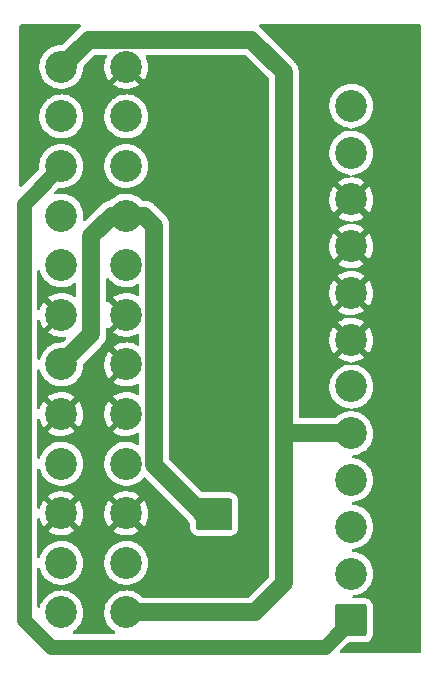
<source format=gbr>
%TF.GenerationSoftware,KiCad,Pcbnew,(6.0.7)*%
%TF.CreationDate,2023-01-08T15:04:34+11:00*%
%TF.ProjectId,Xbox_ATX,58626f78-5f41-4545-982e-6b696361645f,rev?*%
%TF.SameCoordinates,Original*%
%TF.FileFunction,Copper,L2,Bot*%
%TF.FilePolarity,Positive*%
%FSLAX46Y46*%
G04 Gerber Fmt 4.6, Leading zero omitted, Abs format (unit mm)*
G04 Created by KiCad (PCBNEW (6.0.7)) date 2023-01-08 15:04:34*
%MOMM*%
%LPD*%
G01*
G04 APERTURE LIST*
G04 Aperture macros list*
%AMRoundRect*
0 Rectangle with rounded corners*
0 $1 Rounding radius*
0 $2 $3 $4 $5 $6 $7 $8 $9 X,Y pos of 4 corners*
0 Add a 4 corners polygon primitive as box body*
4,1,4,$2,$3,$4,$5,$6,$7,$8,$9,$2,$3,0*
0 Add four circle primitives for the rounded corners*
1,1,$1+$1,$2,$3*
1,1,$1+$1,$4,$5*
1,1,$1+$1,$6,$7*
1,1,$1+$1,$8,$9*
0 Add four rect primitives between the rounded corners*
20,1,$1+$1,$2,$3,$4,$5,0*
20,1,$1+$1,$4,$5,$6,$7,0*
20,1,$1+$1,$6,$7,$8,$9,0*
20,1,$1+$1,$8,$9,$2,$3,0*%
G04 Aperture macros list end*
%TA.AperFunction,ComponentPad*%
%ADD10C,2.700000*%
%TD*%
%TA.AperFunction,ComponentPad*%
%ADD11RoundRect,0.213608X1.136392X-1.136392X1.136392X1.136392X-1.136392X1.136392X-1.136392X-1.136392X0*%
%TD*%
%TA.AperFunction,ViaPad*%
%ADD12C,0.800000*%
%TD*%
%TA.AperFunction,Conductor*%
%ADD13C,1.500000*%
%TD*%
%TA.AperFunction,Conductor*%
%ADD14C,1.250000*%
%TD*%
G04 APERTURE END LIST*
D10*
%TO.P,J2,12,Pin_12*%
%TO.N,/Power_ON*%
X173900000Y-80040000D03*
%TO.P,J2,11,Pin_11*%
%TO.N,/Power_OK*%
X173900000Y-84000000D03*
%TO.P,J2,10,Pin_10*%
%TO.N,GND*%
X173900000Y-87960000D03*
%TO.P,J2,9,Pin_9*%
X173900000Y-91920000D03*
%TO.P,J2,8,Pin_8*%
X173900000Y-95880000D03*
%TO.P,J2,7,Pin_7*%
X173900000Y-99840000D03*
%TO.P,J2,6,Pin_6*%
%TO.N,/3V3SB*%
X173900000Y-103800000D03*
%TO.P,J2,5,Pin_5*%
%TO.N,+3V3*%
X173900000Y-107760000D03*
%TO.P,J2,4,Pin_4*%
%TO.N,+5V*%
X173900000Y-111720000D03*
%TO.P,J2,3,Pin_3*%
X173900000Y-115680000D03*
%TO.P,J2,2,Pin_2*%
X173900000Y-119640000D03*
D11*
%TO.P,J2,1,Pin_1*%
%TO.N,+12V*%
X173900000Y-123600000D03*
%TD*%
D10*
%TO.P,J1,1,+3.3V*%
%TO.N,+3V3*%
X149352000Y-122936000D03*
%TO.P,J1,2,+3.3V*%
X149352000Y-118736000D03*
%TO.P,J1,3,GND*%
%TO.N,GND*%
X149352000Y-114536000D03*
%TO.P,J1,4,+5V*%
%TO.N,+5V*%
X149352000Y-110336000D03*
%TO.P,J1,5,GND*%
%TO.N,GND*%
X149352000Y-106136000D03*
%TO.P,J1,6,+5V*%
%TO.N,+5V*%
X149352000Y-101936000D03*
%TO.P,J1,7,GND*%
%TO.N,GND*%
X149352000Y-97736000D03*
%TO.P,J1,8,PWR_OK*%
%TO.N,/PWR_OK*%
X149352000Y-93536000D03*
%TO.P,J1,9,+5VSB*%
%TO.N,/5VSB*%
X149352000Y-89336000D03*
%TO.P,J1,10,+12V*%
%TO.N,+12V*%
X149352000Y-85136000D03*
%TO.P,J1,11,+12V*%
X149352000Y-80936000D03*
%TO.P,J1,12,+3.3V*%
%TO.N,+3V3*%
X149352000Y-76736000D03*
%TO.P,J1,13,+3.3V*%
X154852000Y-122936000D03*
%TO.P,J1,14,-12V*%
%TO.N,unconnected-(J1-Pad14)*%
X154852000Y-118736000D03*
%TO.P,J1,15,GND*%
%TO.N,GND*%
X154852000Y-114536000D03*
%TO.P,J1,16,PS_ON#*%
%TO.N,/PS_ON*%
X154852000Y-110336000D03*
%TO.P,J1,17,GND*%
%TO.N,GND*%
X154852000Y-106136000D03*
%TO.P,J1,18,GND*%
X154852000Y-101936000D03*
%TO.P,J1,19,GND*%
X154852000Y-97736000D03*
%TO.P,J1,20,NC*%
%TO.N,unconnected-(J1-Pad20)*%
X154852000Y-93536000D03*
%TO.P,J1,21,+5V*%
%TO.N,+5V*%
X154852000Y-89336000D03*
%TO.P,J1,22,+5V*%
X154852000Y-85136000D03*
%TO.P,J1,23,+5V*%
X154852000Y-80936000D03*
%TO.P,J1,24,GND*%
%TO.N,GND*%
X154852000Y-76736000D03*
%TD*%
D12*
%TO.N,+5V*%
X162255200Y-115468400D03*
X163271200Y-115468400D03*
X161290000Y-113741200D03*
X163271200Y-113741200D03*
X163271200Y-114604800D03*
X161239200Y-114604800D03*
X162255200Y-114604800D03*
X162255200Y-113741200D03*
X161239200Y-115468400D03*
%TD*%
D13*
%TO.N,+3V3*%
X168540000Y-107760000D02*
X173900000Y-107760000D01*
X168200000Y-108100000D02*
X168200000Y-120471000D01*
X168200000Y-77200000D02*
X168200000Y-108100000D01*
X168200000Y-108100000D02*
X168540000Y-107760000D01*
X168200000Y-120471000D02*
X165735000Y-122936000D01*
X165735000Y-122936000D02*
X154852000Y-122936000D01*
X151652000Y-74436000D02*
X165436000Y-74436000D01*
X165436000Y-74436000D02*
X168200000Y-77200000D01*
X149352000Y-76736000D02*
X151652000Y-74436000D01*
D14*
%TO.N,+12V*%
X171643000Y-125857000D02*
X173900000Y-123600000D01*
X146177000Y-123571000D02*
X148463000Y-125857000D01*
X146177000Y-88311000D02*
X146177000Y-123571000D01*
X149352000Y-85136000D02*
X146177000Y-88311000D01*
X148463000Y-125857000D02*
X171643000Y-125857000D01*
D13*
%TO.N,+5V*%
X161239200Y-114604800D02*
X161239200Y-114503200D01*
X151892000Y-99396000D02*
X149352000Y-101936000D01*
X154852000Y-89336000D02*
X153615000Y-89336000D01*
X151892000Y-91059000D02*
X151892000Y-99396000D01*
X156362000Y-89336000D02*
X154852000Y-89336000D01*
X153615000Y-89336000D02*
X151892000Y-91059000D01*
X157226000Y-110490000D02*
X157226000Y-90200000D01*
X157226000Y-90200000D02*
X156362000Y-89336000D01*
X161239200Y-114503200D02*
X157226000Y-110490000D01*
%TD*%
%TA.AperFunction,Conductor*%
%TO.N,+5V*%
G36*
X163721321Y-113304002D02*
G01*
X163767814Y-113357658D01*
X163779200Y-113410000D01*
X163779200Y-115799600D01*
X163759198Y-115867721D01*
X163705542Y-115914214D01*
X163653200Y-115925600D01*
X160908000Y-115925600D01*
X160839879Y-115905598D01*
X160793386Y-115851942D01*
X160782000Y-115799600D01*
X160782000Y-113410000D01*
X160802002Y-113341879D01*
X160855658Y-113295386D01*
X160908000Y-113284000D01*
X163653200Y-113284000D01*
X163721321Y-113304002D01*
G37*
%TD.AperFunction*%
%TD*%
%TA.AperFunction,Conductor*%
%TO.N,GND*%
G36*
X179773621Y-73172502D02*
G01*
X179820114Y-73226158D01*
X179831500Y-73278500D01*
X179831500Y-126238500D01*
X179811498Y-126306621D01*
X179757842Y-126353114D01*
X179705500Y-126364500D01*
X173042701Y-126364500D01*
X172974580Y-126344498D01*
X172928087Y-126290842D01*
X172917983Y-126220568D01*
X172947477Y-126155988D01*
X172953606Y-126149405D01*
X173607606Y-125495405D01*
X173669918Y-125461379D01*
X173696701Y-125458500D01*
X174999547Y-125458499D01*
X175084370Y-125458499D01*
X175185066Y-125448052D01*
X175191599Y-125445872D01*
X175191601Y-125445872D01*
X175337847Y-125397080D01*
X175344795Y-125394762D01*
X175487981Y-125306156D01*
X175606943Y-125186986D01*
X175695300Y-125043646D01*
X175748310Y-124883823D01*
X175758500Y-124784371D01*
X175758499Y-122415630D01*
X175748052Y-122314934D01*
X175694762Y-122155205D01*
X175606156Y-122012019D01*
X175486986Y-121893057D01*
X175474246Y-121885204D01*
X175349876Y-121808540D01*
X175349874Y-121808539D01*
X175343646Y-121804700D01*
X175268591Y-121779806D01*
X175190351Y-121753855D01*
X175190349Y-121753855D01*
X175183823Y-121751690D01*
X175176984Y-121750989D01*
X175176983Y-121750989D01*
X175147259Y-121747944D01*
X175084371Y-121741500D01*
X174118670Y-121741500D01*
X174050549Y-121721498D01*
X174004056Y-121667842D01*
X173993952Y-121597568D01*
X174023446Y-121532988D01*
X174083172Y-121494604D01*
X174097975Y-121491212D01*
X174239216Y-121467702D01*
X174330576Y-121452496D01*
X174330580Y-121452495D01*
X174334966Y-121451765D01*
X174339207Y-121450424D01*
X174339210Y-121450423D01*
X174581661Y-121373746D01*
X174581663Y-121373745D01*
X174585907Y-121372403D01*
X174589918Y-121370477D01*
X174589923Y-121370475D01*
X174819143Y-121260405D01*
X174819144Y-121260404D01*
X174823162Y-121258475D01*
X174933187Y-121184958D01*
X175038289Y-121114732D01*
X175038293Y-121114729D01*
X175041997Y-121112254D01*
X175045314Y-121109283D01*
X175045318Y-121109280D01*
X175234729Y-120939629D01*
X175234730Y-120939628D01*
X175238047Y-120936657D01*
X175407398Y-120735189D01*
X175430696Y-120697833D01*
X175498901Y-120588470D01*
X175546674Y-120511869D01*
X175551952Y-120499932D01*
X175651295Y-120275219D01*
X175653093Y-120271152D01*
X175724534Y-120017843D01*
X175740723Y-119897316D01*
X175759143Y-119760176D01*
X175759144Y-119760168D01*
X175759570Y-119756994D01*
X175759671Y-119753783D01*
X175763146Y-119643222D01*
X175763146Y-119643217D01*
X175763247Y-119640000D01*
X175744659Y-119377466D01*
X175742439Y-119367152D01*
X175690201Y-119124523D01*
X175689264Y-119120171D01*
X175686930Y-119113843D01*
X175599710Y-118877424D01*
X175598169Y-118873247D01*
X175473191Y-118641622D01*
X175316824Y-118429918D01*
X175307145Y-118420085D01*
X175135318Y-118245539D01*
X175132187Y-118242358D01*
X175128647Y-118239657D01*
X175128641Y-118239651D01*
X174926506Y-118085386D01*
X174926502Y-118085383D01*
X174922965Y-118082684D01*
X174693332Y-117954084D01*
X174447870Y-117859122D01*
X174443545Y-117858119D01*
X174443540Y-117858118D01*
X174302794Y-117825495D01*
X174191476Y-117799693D01*
X174044957Y-117787003D01*
X173978816Y-117761198D01*
X173937126Y-117703730D01*
X173933124Y-117632847D01*
X173968079Y-117571052D01*
X174030895Y-117537965D01*
X174052860Y-117535508D01*
X174061954Y-117535294D01*
X174075347Y-117534978D01*
X174079745Y-117534246D01*
X174330576Y-117492496D01*
X174330580Y-117492495D01*
X174334966Y-117491765D01*
X174339207Y-117490424D01*
X174339210Y-117490423D01*
X174581661Y-117413746D01*
X174581663Y-117413745D01*
X174585907Y-117412403D01*
X174589918Y-117410477D01*
X174589923Y-117410475D01*
X174819143Y-117300405D01*
X174819144Y-117300404D01*
X174823162Y-117298475D01*
X174933187Y-117224958D01*
X175038289Y-117154732D01*
X175038293Y-117154729D01*
X175041997Y-117152254D01*
X175045314Y-117149283D01*
X175045318Y-117149280D01*
X175234729Y-116979629D01*
X175234730Y-116979628D01*
X175238047Y-116976657D01*
X175407398Y-116775189D01*
X175546674Y-116551869D01*
X175596688Y-116438740D01*
X175651295Y-116315219D01*
X175653093Y-116311152D01*
X175654907Y-116304722D01*
X175686297Y-116193421D01*
X175724534Y-116057843D01*
X175744560Y-115908749D01*
X175759143Y-115800176D01*
X175759144Y-115800168D01*
X175759570Y-115796994D01*
X175763247Y-115680000D01*
X175744659Y-115417466D01*
X175743359Y-115411425D01*
X175690201Y-115164523D01*
X175689264Y-115160171D01*
X175684534Y-115147348D01*
X175599710Y-114917424D01*
X175598169Y-114913247D01*
X175473191Y-114681622D01*
X175316824Y-114469918D01*
X175132187Y-114282358D01*
X175128647Y-114279657D01*
X175128641Y-114279651D01*
X174926506Y-114125386D01*
X174926502Y-114125383D01*
X174922965Y-114122684D01*
X174693332Y-113994084D01*
X174447870Y-113899122D01*
X174443545Y-113898119D01*
X174443540Y-113898118D01*
X174302794Y-113865495D01*
X174191476Y-113839693D01*
X174044957Y-113827003D01*
X173978816Y-113801198D01*
X173937126Y-113743730D01*
X173933124Y-113672847D01*
X173968079Y-113611052D01*
X174030895Y-113577965D01*
X174052860Y-113575508D01*
X174061954Y-113575294D01*
X174075347Y-113574978D01*
X174079745Y-113574246D01*
X174330576Y-113532496D01*
X174330580Y-113532495D01*
X174334966Y-113531765D01*
X174339207Y-113530424D01*
X174339210Y-113530423D01*
X174581661Y-113453746D01*
X174581663Y-113453745D01*
X174585907Y-113452403D01*
X174589918Y-113450477D01*
X174589923Y-113450475D01*
X174819143Y-113340405D01*
X174819144Y-113340404D01*
X174823162Y-113338475D01*
X174957806Y-113248509D01*
X175038289Y-113194732D01*
X175038293Y-113194729D01*
X175041997Y-113192254D01*
X175045314Y-113189283D01*
X175045318Y-113189280D01*
X175234729Y-113019629D01*
X175234730Y-113019628D01*
X175238047Y-113016657D01*
X175407398Y-112815189D01*
X175409823Y-112811302D01*
X175544320Y-112595643D01*
X175546674Y-112591869D01*
X175653093Y-112351152D01*
X175724534Y-112097843D01*
X175738191Y-111996165D01*
X175759143Y-111840176D01*
X175759144Y-111840168D01*
X175759570Y-111836994D01*
X175759671Y-111833783D01*
X175763146Y-111723222D01*
X175763146Y-111723217D01*
X175763247Y-111720000D01*
X175744659Y-111457466D01*
X175739736Y-111434597D01*
X175690201Y-111204523D01*
X175689264Y-111200171D01*
X175670218Y-111148543D01*
X175599710Y-110957424D01*
X175598169Y-110953247D01*
X175550783Y-110865426D01*
X175475304Y-110725538D01*
X175473191Y-110721622D01*
X175316824Y-110509918D01*
X175132187Y-110322358D01*
X175128647Y-110319657D01*
X175128641Y-110319651D01*
X174926506Y-110165386D01*
X174926502Y-110165383D01*
X174922965Y-110162684D01*
X174693332Y-110034084D01*
X174447870Y-109939122D01*
X174443545Y-109938119D01*
X174443540Y-109938118D01*
X174302794Y-109905495D01*
X174191476Y-109879693D01*
X174044957Y-109867003D01*
X173978816Y-109841198D01*
X173937126Y-109783730D01*
X173933124Y-109712847D01*
X173968079Y-109651052D01*
X174030895Y-109617965D01*
X174052860Y-109615508D01*
X174061954Y-109615294D01*
X174075347Y-109614978D01*
X174079745Y-109614246D01*
X174330576Y-109572496D01*
X174330580Y-109572495D01*
X174334966Y-109571765D01*
X174339207Y-109570424D01*
X174339210Y-109570423D01*
X174581661Y-109493746D01*
X174581663Y-109493745D01*
X174585907Y-109492403D01*
X174589918Y-109490477D01*
X174589923Y-109490475D01*
X174819143Y-109380405D01*
X174819144Y-109380404D01*
X174823162Y-109378475D01*
X174957520Y-109288700D01*
X175038289Y-109234732D01*
X175038293Y-109234729D01*
X175041997Y-109232254D01*
X175045314Y-109229283D01*
X175045318Y-109229280D01*
X175234729Y-109059629D01*
X175234730Y-109059628D01*
X175238047Y-109056657D01*
X175407398Y-108855189D01*
X175546674Y-108631869D01*
X175549271Y-108625996D01*
X175651295Y-108395219D01*
X175653093Y-108391152D01*
X175724534Y-108137843D01*
X175756553Y-107899458D01*
X175759143Y-107880176D01*
X175759144Y-107880168D01*
X175759570Y-107876994D01*
X175759671Y-107873783D01*
X175763146Y-107763222D01*
X175763146Y-107763217D01*
X175763247Y-107760000D01*
X175744659Y-107497466D01*
X175689264Y-107240171D01*
X175598169Y-106993247D01*
X175522405Y-106852831D01*
X175475304Y-106765538D01*
X175473191Y-106761622D01*
X175316824Y-106549918D01*
X175306202Y-106539127D01*
X175135318Y-106365539D01*
X175132187Y-106362358D01*
X175128647Y-106359657D01*
X175128641Y-106359651D01*
X174926506Y-106205386D01*
X174926502Y-106205383D01*
X174922965Y-106202684D01*
X174693332Y-106074084D01*
X174447870Y-105979122D01*
X174443545Y-105978119D01*
X174443540Y-105978118D01*
X174302794Y-105945495D01*
X174191476Y-105919693D01*
X174044957Y-105907003D01*
X173978816Y-105881198D01*
X173937126Y-105823730D01*
X173933124Y-105752847D01*
X173968079Y-105691052D01*
X174030895Y-105657965D01*
X174052860Y-105655508D01*
X174061954Y-105655294D01*
X174075347Y-105654978D01*
X174079745Y-105654246D01*
X174330576Y-105612496D01*
X174330580Y-105612495D01*
X174334966Y-105611765D01*
X174339207Y-105610424D01*
X174339210Y-105610423D01*
X174581661Y-105533746D01*
X174581663Y-105533745D01*
X174585907Y-105532403D01*
X174589918Y-105530477D01*
X174589923Y-105530475D01*
X174819143Y-105420405D01*
X174819144Y-105420404D01*
X174823162Y-105418475D01*
X174933187Y-105344958D01*
X175038289Y-105274732D01*
X175038293Y-105274729D01*
X175041997Y-105272254D01*
X175045314Y-105269283D01*
X175045318Y-105269280D01*
X175234729Y-105099629D01*
X175234730Y-105099628D01*
X175238047Y-105096657D01*
X175407398Y-104895189D01*
X175546674Y-104671869D01*
X175548535Y-104667661D01*
X175651295Y-104435219D01*
X175653093Y-104431152D01*
X175724534Y-104177843D01*
X175729757Y-104138955D01*
X175759143Y-103920176D01*
X175759144Y-103920168D01*
X175759570Y-103916994D01*
X175763247Y-103800000D01*
X175744659Y-103537466D01*
X175733167Y-103484085D01*
X175690201Y-103284523D01*
X175689264Y-103280171D01*
X175671736Y-103232657D01*
X175599710Y-103037424D01*
X175598169Y-103033247D01*
X175473191Y-102801622D01*
X175316824Y-102589918D01*
X175298417Y-102571219D01*
X175194272Y-102465426D01*
X175132187Y-102402358D01*
X175128647Y-102399657D01*
X175128641Y-102399651D01*
X174926506Y-102245386D01*
X174926502Y-102245383D01*
X174922965Y-102242684D01*
X174693332Y-102114084D01*
X174447870Y-102019122D01*
X174443545Y-102018119D01*
X174443540Y-102018118D01*
X174279224Y-101980032D01*
X174191476Y-101959693D01*
X174040417Y-101946610D01*
X173974277Y-101920805D01*
X173932587Y-101863338D01*
X173928585Y-101792454D01*
X173963540Y-101730659D01*
X174026356Y-101697572D01*
X174048321Y-101695115D01*
X174070843Y-101694584D01*
X174079698Y-101693747D01*
X174330459Y-101652009D01*
X174339093Y-101649936D01*
X174581477Y-101573280D01*
X174589739Y-101570009D01*
X174818895Y-101459970D01*
X174826619Y-101455564D01*
X175009218Y-101333556D01*
X175017506Y-101323638D01*
X175010249Y-101309459D01*
X173912812Y-100212022D01*
X173898868Y-100204408D01*
X173897035Y-100204539D01*
X173890420Y-100208790D01*
X172790070Y-101309140D01*
X172782904Y-101322263D01*
X172790294Y-101332566D01*
X172825455Y-101361192D01*
X172832731Y-101366305D01*
X173050514Y-101497421D01*
X173058428Y-101501454D01*
X173292523Y-101600581D01*
X173300928Y-101603458D01*
X173546650Y-101668610D01*
X173555382Y-101670276D01*
X173767506Y-101695382D01*
X173832804Y-101723252D01*
X173872668Y-101782001D01*
X173874442Y-101852975D01*
X173837563Y-101913642D01*
X173773740Y-101944739D01*
X173759621Y-101946319D01*
X173752631Y-101946704D01*
X173670917Y-101951200D01*
X173670911Y-101951201D01*
X173666473Y-101951445D01*
X173538369Y-101976927D01*
X173412711Y-102001921D01*
X173412706Y-102001922D01*
X173408339Y-102002791D01*
X173404136Y-102004267D01*
X173164223Y-102088518D01*
X173164220Y-102088519D01*
X173160015Y-102089996D01*
X173156062Y-102092049D01*
X173156056Y-102092052D01*
X173071531Y-102135960D01*
X172926456Y-102211321D01*
X172922841Y-102213904D01*
X172922835Y-102213908D01*
X172819585Y-102287692D01*
X172712322Y-102364344D01*
X172709095Y-102367422D01*
X172709093Y-102367424D01*
X172671316Y-102403462D01*
X172521885Y-102546011D01*
X172358945Y-102752700D01*
X172330529Y-102801622D01*
X172228987Y-102976438D01*
X172228984Y-102976444D01*
X172226753Y-102980285D01*
X172225083Y-102984408D01*
X172179351Y-103097316D01*
X172127947Y-103224225D01*
X172064498Y-103479654D01*
X172037672Y-103741474D01*
X172048005Y-104004462D01*
X172095290Y-104263371D01*
X172178584Y-104513034D01*
X172210509Y-104576925D01*
X172257950Y-104671869D01*
X172296225Y-104748470D01*
X172445865Y-104964982D01*
X172624520Y-105158249D01*
X172828623Y-105324415D01*
X172832431Y-105326708D01*
X172832433Y-105326709D01*
X173050288Y-105457868D01*
X173050292Y-105457870D01*
X173054104Y-105460165D01*
X173190026Y-105517721D01*
X173292359Y-105561054D01*
X173292364Y-105561056D01*
X173296462Y-105562791D01*
X173300760Y-105563930D01*
X173300764Y-105563932D01*
X173423662Y-105596517D01*
X173550862Y-105630244D01*
X173555281Y-105630767D01*
X173764601Y-105655542D01*
X173829898Y-105683413D01*
X173869762Y-105742161D01*
X173871536Y-105813136D01*
X173834657Y-105873802D01*
X173770833Y-105904900D01*
X173756716Y-105906479D01*
X173738854Y-105907462D01*
X173670917Y-105911200D01*
X173670911Y-105911201D01*
X173666473Y-105911445D01*
X173538369Y-105936927D01*
X173412711Y-105961921D01*
X173412706Y-105961922D01*
X173408339Y-105962791D01*
X173404136Y-105964267D01*
X173164223Y-106048518D01*
X173164220Y-106048519D01*
X173160015Y-106049996D01*
X173156062Y-106052049D01*
X173156056Y-106052052D01*
X173046010Y-106109217D01*
X172926456Y-106171321D01*
X172922841Y-106173904D01*
X172922835Y-106173908D01*
X172851207Y-106225095D01*
X172712322Y-106324344D01*
X172709095Y-106327422D01*
X172709093Y-106327424D01*
X172563125Y-106466670D01*
X172500029Y-106499217D01*
X172476154Y-106501500D01*
X169584500Y-106501500D01*
X169516379Y-106481498D01*
X169469886Y-106427842D01*
X169458500Y-106375500D01*
X169458500Y-99785942D01*
X172038348Y-99785942D01*
X172048328Y-100039960D01*
X172049302Y-100048784D01*
X172094978Y-100298875D01*
X172097182Y-100307462D01*
X172177636Y-100548613D01*
X172181040Y-100556831D01*
X172294667Y-100784235D01*
X172299185Y-100791874D01*
X172407294Y-100948296D01*
X172417612Y-100956647D01*
X172431267Y-100949523D01*
X173527978Y-99852812D01*
X173534356Y-99841132D01*
X174264408Y-99841132D01*
X174264539Y-99842965D01*
X174268790Y-99849580D01*
X175370027Y-100950817D01*
X175383428Y-100958135D01*
X175393329Y-100951149D01*
X175404127Y-100938305D01*
X175409353Y-100931110D01*
X175543867Y-100715425D01*
X175548038Y-100707547D01*
X175650817Y-100475065D01*
X175653833Y-100466688D01*
X175722832Y-100222034D01*
X175724636Y-100213326D01*
X175758643Y-99960145D01*
X175759171Y-99953752D01*
X175762645Y-99843222D01*
X175762518Y-99836779D01*
X175744478Y-99581986D01*
X175743225Y-99573183D01*
X175689720Y-99324662D01*
X175687241Y-99316129D01*
X175599254Y-99077630D01*
X175595599Y-99069535D01*
X175474881Y-98845807D01*
X175470122Y-98838309D01*
X175392004Y-98732545D01*
X175380876Y-98724103D01*
X175368283Y-98730927D01*
X174272022Y-99827188D01*
X174264408Y-99841132D01*
X173534356Y-99841132D01*
X173535592Y-99838868D01*
X173535461Y-99837035D01*
X173531210Y-99830420D01*
X172431423Y-98730633D01*
X172418582Y-98723621D01*
X172407893Y-98731416D01*
X172362115Y-98789485D01*
X172357122Y-98796833D01*
X172229440Y-99016655D01*
X172225532Y-99024629D01*
X172130097Y-99260247D01*
X172127348Y-99268709D01*
X172066067Y-99515413D01*
X172064538Y-99524174D01*
X172038627Y-99777059D01*
X172038348Y-99785942D01*
X169458500Y-99785942D01*
X169458500Y-97362263D01*
X172782904Y-97362263D01*
X172790294Y-97372566D01*
X172825455Y-97401192D01*
X172832731Y-97406305D01*
X173050514Y-97537421D01*
X173058428Y-97541454D01*
X173292523Y-97640581D01*
X173300928Y-97643458D01*
X173546650Y-97708610D01*
X173555380Y-97710276D01*
X173770394Y-97735724D01*
X173835691Y-97763594D01*
X173875555Y-97822343D01*
X173877329Y-97893317D01*
X173840450Y-97953984D01*
X173776626Y-97985081D01*
X173762507Y-97986661D01*
X173670976Y-97991698D01*
X173662174Y-97992810D01*
X173412832Y-98042408D01*
X173404279Y-98044748D01*
X173164421Y-98128978D01*
X173156255Y-98132512D01*
X172930669Y-98249696D01*
X172923097Y-98254335D01*
X172792292Y-98347810D01*
X172783889Y-98358533D01*
X172790869Y-98371659D01*
X173887188Y-99467978D01*
X173901132Y-99475592D01*
X173902965Y-99475461D01*
X173909580Y-99471210D01*
X175009129Y-98371661D01*
X175015983Y-98359109D01*
X175007776Y-98348039D01*
X174926230Y-98285805D01*
X174918801Y-98280925D01*
X174697005Y-98156713D01*
X174688971Y-98152932D01*
X174451865Y-98061203D01*
X174443392Y-98058596D01*
X174195736Y-98001193D01*
X174186960Y-97999803D01*
X174035868Y-97986717D01*
X173969727Y-97960912D01*
X173928038Y-97903445D01*
X173924035Y-97832561D01*
X173958990Y-97770766D01*
X174021805Y-97737679D01*
X174043772Y-97735222D01*
X174070843Y-97734584D01*
X174079698Y-97733747D01*
X174330459Y-97692009D01*
X174339093Y-97689936D01*
X174581477Y-97613280D01*
X174589739Y-97610009D01*
X174818895Y-97499970D01*
X174826619Y-97495564D01*
X175009218Y-97373556D01*
X175017506Y-97363638D01*
X175010249Y-97349459D01*
X173912812Y-96252022D01*
X173898868Y-96244408D01*
X173897035Y-96244539D01*
X173890420Y-96248790D01*
X172790070Y-97349140D01*
X172782904Y-97362263D01*
X169458500Y-97362263D01*
X169458500Y-95825942D01*
X172038348Y-95825942D01*
X172048328Y-96079960D01*
X172049302Y-96088784D01*
X172094978Y-96338875D01*
X172097182Y-96347462D01*
X172177636Y-96588613D01*
X172181040Y-96596831D01*
X172294667Y-96824235D01*
X172299185Y-96831874D01*
X172407294Y-96988296D01*
X172417612Y-96996647D01*
X172431267Y-96989523D01*
X173527978Y-95892812D01*
X173534356Y-95881132D01*
X174264408Y-95881132D01*
X174264539Y-95882965D01*
X174268790Y-95889580D01*
X175370027Y-96990817D01*
X175383428Y-96998135D01*
X175393329Y-96991149D01*
X175404127Y-96978305D01*
X175409353Y-96971110D01*
X175543867Y-96755425D01*
X175548038Y-96747547D01*
X175650817Y-96515065D01*
X175653833Y-96506688D01*
X175722832Y-96262034D01*
X175724636Y-96253326D01*
X175758643Y-96000145D01*
X175759171Y-95993752D01*
X175762645Y-95883222D01*
X175762518Y-95876779D01*
X175744478Y-95621986D01*
X175743225Y-95613183D01*
X175689720Y-95364662D01*
X175687241Y-95356129D01*
X175599254Y-95117630D01*
X175595599Y-95109535D01*
X175474881Y-94885807D01*
X175470122Y-94878309D01*
X175392004Y-94772545D01*
X175380876Y-94764103D01*
X175368283Y-94770927D01*
X174272022Y-95867188D01*
X174264408Y-95881132D01*
X173534356Y-95881132D01*
X173535592Y-95878868D01*
X173535461Y-95877035D01*
X173531210Y-95870420D01*
X172431423Y-94770633D01*
X172418582Y-94763621D01*
X172407893Y-94771416D01*
X172362115Y-94829485D01*
X172357122Y-94836833D01*
X172229440Y-95056655D01*
X172225532Y-95064629D01*
X172130097Y-95300247D01*
X172127348Y-95308709D01*
X172066067Y-95555413D01*
X172064538Y-95564174D01*
X172038627Y-95817059D01*
X172038348Y-95825942D01*
X169458500Y-95825942D01*
X169458500Y-93402263D01*
X172782904Y-93402263D01*
X172790294Y-93412566D01*
X172825455Y-93441192D01*
X172832731Y-93446305D01*
X173050514Y-93577421D01*
X173058428Y-93581454D01*
X173292523Y-93680581D01*
X173300928Y-93683458D01*
X173546650Y-93748610D01*
X173555380Y-93750276D01*
X173770394Y-93775724D01*
X173835691Y-93803594D01*
X173875555Y-93862343D01*
X173877329Y-93933317D01*
X173840450Y-93993984D01*
X173776626Y-94025081D01*
X173762507Y-94026661D01*
X173670976Y-94031698D01*
X173662174Y-94032810D01*
X173412832Y-94082408D01*
X173404279Y-94084748D01*
X173164421Y-94168978D01*
X173156255Y-94172512D01*
X172930669Y-94289696D01*
X172923097Y-94294335D01*
X172792292Y-94387810D01*
X172783889Y-94398533D01*
X172790869Y-94411659D01*
X173887188Y-95507978D01*
X173901132Y-95515592D01*
X173902965Y-95515461D01*
X173909580Y-95511210D01*
X175009129Y-94411661D01*
X175015983Y-94399109D01*
X175007776Y-94388039D01*
X174926230Y-94325805D01*
X174918801Y-94320925D01*
X174697005Y-94196713D01*
X174688971Y-94192932D01*
X174451865Y-94101203D01*
X174443392Y-94098596D01*
X174195736Y-94041193D01*
X174186960Y-94039803D01*
X174035868Y-94026717D01*
X173969727Y-94000912D01*
X173928038Y-93943445D01*
X173924035Y-93872561D01*
X173958990Y-93810766D01*
X174021805Y-93777679D01*
X174043772Y-93775222D01*
X174070843Y-93774584D01*
X174079698Y-93773747D01*
X174330459Y-93732009D01*
X174339093Y-93729936D01*
X174581477Y-93653280D01*
X174589739Y-93650009D01*
X174818895Y-93539970D01*
X174826619Y-93535564D01*
X175009218Y-93413556D01*
X175017506Y-93403638D01*
X175010249Y-93389459D01*
X173912812Y-92292022D01*
X173898868Y-92284408D01*
X173897035Y-92284539D01*
X173890420Y-92288790D01*
X172790070Y-93389140D01*
X172782904Y-93402263D01*
X169458500Y-93402263D01*
X169458500Y-91865942D01*
X172038348Y-91865942D01*
X172048328Y-92119960D01*
X172049302Y-92128784D01*
X172094978Y-92378875D01*
X172097182Y-92387462D01*
X172177636Y-92628613D01*
X172181040Y-92636831D01*
X172294667Y-92864235D01*
X172299185Y-92871874D01*
X172407294Y-93028296D01*
X172417612Y-93036647D01*
X172431267Y-93029523D01*
X173527978Y-91932812D01*
X173534356Y-91921132D01*
X174264408Y-91921132D01*
X174264539Y-91922965D01*
X174268790Y-91929580D01*
X175370027Y-93030817D01*
X175383428Y-93038135D01*
X175393329Y-93031149D01*
X175404127Y-93018305D01*
X175409353Y-93011110D01*
X175543867Y-92795425D01*
X175548038Y-92787547D01*
X175650817Y-92555065D01*
X175653833Y-92546688D01*
X175722832Y-92302034D01*
X175724636Y-92293326D01*
X175758643Y-92040145D01*
X175759171Y-92033752D01*
X175762645Y-91923222D01*
X175762518Y-91916779D01*
X175744478Y-91661986D01*
X175743225Y-91653183D01*
X175689720Y-91404662D01*
X175687241Y-91396129D01*
X175599254Y-91157630D01*
X175595599Y-91149535D01*
X175474881Y-90925807D01*
X175470122Y-90918309D01*
X175392004Y-90812545D01*
X175380876Y-90804103D01*
X175368283Y-90810927D01*
X174272022Y-91907188D01*
X174264408Y-91921132D01*
X173534356Y-91921132D01*
X173535592Y-91918868D01*
X173535461Y-91917035D01*
X173531210Y-91910420D01*
X172431423Y-90810633D01*
X172418582Y-90803621D01*
X172407893Y-90811416D01*
X172362115Y-90869485D01*
X172357122Y-90876833D01*
X172229440Y-91096655D01*
X172225532Y-91104629D01*
X172130097Y-91340247D01*
X172127348Y-91348709D01*
X172066067Y-91595413D01*
X172064538Y-91604174D01*
X172038627Y-91857059D01*
X172038348Y-91865942D01*
X169458500Y-91865942D01*
X169458500Y-89442263D01*
X172782904Y-89442263D01*
X172790294Y-89452566D01*
X172825455Y-89481192D01*
X172832731Y-89486305D01*
X173050514Y-89617421D01*
X173058428Y-89621454D01*
X173292523Y-89720581D01*
X173300928Y-89723458D01*
X173546650Y-89788610D01*
X173555380Y-89790276D01*
X173770394Y-89815724D01*
X173835691Y-89843594D01*
X173875555Y-89902343D01*
X173877329Y-89973317D01*
X173840450Y-90033984D01*
X173776626Y-90065081D01*
X173762507Y-90066661D01*
X173670976Y-90071698D01*
X173662174Y-90072810D01*
X173412832Y-90122408D01*
X173404279Y-90124748D01*
X173164421Y-90208978D01*
X173156255Y-90212512D01*
X172930669Y-90329696D01*
X172923097Y-90334335D01*
X172792292Y-90427810D01*
X172783889Y-90438533D01*
X172790869Y-90451659D01*
X173887188Y-91547978D01*
X173901132Y-91555592D01*
X173902965Y-91555461D01*
X173909580Y-91551210D01*
X175009129Y-90451661D01*
X175015983Y-90439109D01*
X175007776Y-90428039D01*
X174926230Y-90365805D01*
X174918801Y-90360925D01*
X174697005Y-90236713D01*
X174688971Y-90232932D01*
X174451865Y-90141203D01*
X174443392Y-90138596D01*
X174195736Y-90081193D01*
X174186960Y-90079803D01*
X174035868Y-90066717D01*
X173969727Y-90040912D01*
X173928038Y-89983445D01*
X173924035Y-89912561D01*
X173958990Y-89850766D01*
X174021805Y-89817679D01*
X174043772Y-89815222D01*
X174070843Y-89814584D01*
X174079698Y-89813747D01*
X174330459Y-89772009D01*
X174339093Y-89769936D01*
X174581477Y-89693280D01*
X174589739Y-89690009D01*
X174818895Y-89579970D01*
X174826619Y-89575564D01*
X175009218Y-89453556D01*
X175017506Y-89443638D01*
X175010249Y-89429459D01*
X173912812Y-88332022D01*
X173898868Y-88324408D01*
X173897035Y-88324539D01*
X173890420Y-88328790D01*
X172790070Y-89429140D01*
X172782904Y-89442263D01*
X169458500Y-89442263D01*
X169458500Y-87905942D01*
X172038348Y-87905942D01*
X172048328Y-88159960D01*
X172049302Y-88168784D01*
X172094978Y-88418875D01*
X172097182Y-88427462D01*
X172177636Y-88668613D01*
X172181040Y-88676831D01*
X172294667Y-88904235D01*
X172299185Y-88911874D01*
X172407294Y-89068296D01*
X172417612Y-89076647D01*
X172431267Y-89069523D01*
X173527978Y-87972812D01*
X173534356Y-87961132D01*
X174264408Y-87961132D01*
X174264539Y-87962965D01*
X174268790Y-87969580D01*
X175370027Y-89070817D01*
X175383428Y-89078135D01*
X175393329Y-89071149D01*
X175404127Y-89058305D01*
X175409353Y-89051110D01*
X175543867Y-88835425D01*
X175548038Y-88827547D01*
X175650817Y-88595065D01*
X175653833Y-88586688D01*
X175722832Y-88342034D01*
X175724636Y-88333326D01*
X175758643Y-88080145D01*
X175759171Y-88073752D01*
X175762645Y-87963222D01*
X175762518Y-87956779D01*
X175744478Y-87701986D01*
X175743225Y-87693183D01*
X175689720Y-87444662D01*
X175687241Y-87436129D01*
X175599254Y-87197630D01*
X175595599Y-87189535D01*
X175474881Y-86965807D01*
X175470122Y-86958309D01*
X175392004Y-86852545D01*
X175380876Y-86844103D01*
X175368283Y-86850927D01*
X174272022Y-87947188D01*
X174264408Y-87961132D01*
X173534356Y-87961132D01*
X173535592Y-87958868D01*
X173535461Y-87957035D01*
X173531210Y-87950420D01*
X172431423Y-86850633D01*
X172418582Y-86843621D01*
X172407893Y-86851416D01*
X172362115Y-86909485D01*
X172357122Y-86916833D01*
X172229440Y-87136655D01*
X172225532Y-87144629D01*
X172130097Y-87380247D01*
X172127348Y-87388709D01*
X172066067Y-87635413D01*
X172064538Y-87644174D01*
X172038627Y-87897059D01*
X172038348Y-87905942D01*
X169458500Y-87905942D01*
X169458500Y-83941474D01*
X172037672Y-83941474D01*
X172048005Y-84204462D01*
X172095290Y-84463371D01*
X172178584Y-84713034D01*
X172237652Y-84831247D01*
X172260971Y-84877915D01*
X172296225Y-84948470D01*
X172445865Y-85164982D01*
X172564431Y-85293245D01*
X172596772Y-85328231D01*
X172624520Y-85358249D01*
X172828623Y-85524415D01*
X172832431Y-85526708D01*
X172832433Y-85526709D01*
X173050288Y-85657868D01*
X173050292Y-85657870D01*
X173054104Y-85660165D01*
X173190026Y-85717721D01*
X173292359Y-85761054D01*
X173292364Y-85761056D01*
X173296462Y-85762791D01*
X173300760Y-85763930D01*
X173300764Y-85763932D01*
X173423662Y-85796518D01*
X173550862Y-85830244D01*
X173555281Y-85830767D01*
X173767488Y-85855884D01*
X173832786Y-85883755D01*
X173872649Y-85942503D01*
X173874423Y-86013478D01*
X173837544Y-86074144D01*
X173773720Y-86105242D01*
X173759601Y-86106821D01*
X173670976Y-86111698D01*
X173662174Y-86112810D01*
X173412832Y-86162408D01*
X173404279Y-86164748D01*
X173164421Y-86248978D01*
X173156255Y-86252512D01*
X172930669Y-86369696D01*
X172923097Y-86374335D01*
X172792292Y-86467810D01*
X172783889Y-86478533D01*
X172790869Y-86491659D01*
X173887188Y-87587978D01*
X173901132Y-87595592D01*
X173902965Y-87595461D01*
X173909580Y-87591210D01*
X175009129Y-86491661D01*
X175015983Y-86479109D01*
X175007776Y-86468039D01*
X174926230Y-86405805D01*
X174918801Y-86400925D01*
X174697005Y-86276713D01*
X174688971Y-86272932D01*
X174451865Y-86181203D01*
X174443392Y-86178596D01*
X174195736Y-86121193D01*
X174186959Y-86119803D01*
X174040407Y-86107110D01*
X173974266Y-86081305D01*
X173932576Y-86023838D01*
X173928574Y-85952954D01*
X173963529Y-85891159D01*
X174026345Y-85858072D01*
X174048309Y-85855615D01*
X174075347Y-85854978D01*
X174079745Y-85854246D01*
X174330576Y-85812496D01*
X174330580Y-85812495D01*
X174334966Y-85811765D01*
X174339207Y-85810424D01*
X174339210Y-85810423D01*
X174581661Y-85733746D01*
X174581663Y-85733745D01*
X174585907Y-85732403D01*
X174589918Y-85730477D01*
X174589923Y-85730475D01*
X174819143Y-85620405D01*
X174819144Y-85620404D01*
X174823162Y-85618475D01*
X174933187Y-85544958D01*
X175038289Y-85474732D01*
X175038293Y-85474729D01*
X175041997Y-85472254D01*
X175045314Y-85469283D01*
X175045318Y-85469280D01*
X175234729Y-85299629D01*
X175234730Y-85299628D01*
X175238047Y-85296657D01*
X175407398Y-85095189D01*
X175418447Y-85077474D01*
X175544320Y-84875643D01*
X175546674Y-84871869D01*
X175569568Y-84820085D01*
X175651295Y-84635219D01*
X175653093Y-84631152D01*
X175724534Y-84377843D01*
X175733319Y-84312438D01*
X175759143Y-84120176D01*
X175759144Y-84120168D01*
X175759570Y-84116994D01*
X175763247Y-84000000D01*
X175744659Y-83737466D01*
X175733167Y-83684085D01*
X175690201Y-83484523D01*
X175689264Y-83480171D01*
X175678165Y-83450084D01*
X175599710Y-83237424D01*
X175598169Y-83233247D01*
X175473191Y-83001622D01*
X175316824Y-82789918D01*
X175132187Y-82602358D01*
X175128647Y-82599657D01*
X175128641Y-82599651D01*
X174926506Y-82445386D01*
X174926502Y-82445383D01*
X174922965Y-82442684D01*
X174693332Y-82314084D01*
X174447870Y-82219122D01*
X174443545Y-82218119D01*
X174443540Y-82218118D01*
X174302794Y-82185495D01*
X174191476Y-82159693D01*
X174044957Y-82147003D01*
X173978816Y-82121198D01*
X173937126Y-82063730D01*
X173933124Y-81992847D01*
X173968079Y-81931052D01*
X174030895Y-81897965D01*
X174052860Y-81895508D01*
X174061954Y-81895294D01*
X174075347Y-81894978D01*
X174116495Y-81888129D01*
X174330576Y-81852496D01*
X174330580Y-81852495D01*
X174334966Y-81851765D01*
X174339207Y-81850424D01*
X174339210Y-81850423D01*
X174581661Y-81773746D01*
X174581663Y-81773745D01*
X174585907Y-81772403D01*
X174589918Y-81770477D01*
X174589923Y-81770475D01*
X174819143Y-81660405D01*
X174819144Y-81660404D01*
X174823162Y-81658475D01*
X174953750Y-81571219D01*
X175038289Y-81514732D01*
X175038293Y-81514729D01*
X175041997Y-81512254D01*
X175045314Y-81509283D01*
X175045318Y-81509280D01*
X175234729Y-81339629D01*
X175234730Y-81339628D01*
X175238047Y-81336657D01*
X175407398Y-81135189D01*
X175456676Y-81056176D01*
X175544320Y-80915643D01*
X175546674Y-80911869D01*
X175653093Y-80671152D01*
X175724534Y-80417843D01*
X175732827Y-80356099D01*
X175759143Y-80160176D01*
X175759144Y-80160168D01*
X175759570Y-80156994D01*
X175760720Y-80120408D01*
X175763146Y-80043222D01*
X175763146Y-80043217D01*
X175763247Y-80040000D01*
X175744659Y-79777466D01*
X175734335Y-79729510D01*
X175690201Y-79524523D01*
X175689264Y-79520171D01*
X175681950Y-79500344D01*
X175599710Y-79277424D01*
X175598169Y-79273247D01*
X175490244Y-79073227D01*
X175475304Y-79045538D01*
X175473191Y-79041622D01*
X175316824Y-78829918D01*
X175132187Y-78642358D01*
X175128647Y-78639657D01*
X175128641Y-78639651D01*
X174926506Y-78485386D01*
X174926502Y-78485383D01*
X174922965Y-78482684D01*
X174693332Y-78354084D01*
X174447870Y-78259122D01*
X174443545Y-78258119D01*
X174443540Y-78258118D01*
X174302794Y-78225495D01*
X174191476Y-78199693D01*
X173929267Y-78176983D01*
X173924832Y-78177227D01*
X173924828Y-78177227D01*
X173670916Y-78191200D01*
X173670909Y-78191201D01*
X173666473Y-78191445D01*
X173569511Y-78210732D01*
X173412711Y-78241921D01*
X173412706Y-78241922D01*
X173408339Y-78242791D01*
X173404136Y-78244267D01*
X173164223Y-78328518D01*
X173164220Y-78328519D01*
X173160015Y-78329996D01*
X173156062Y-78332049D01*
X173156056Y-78332052D01*
X173037917Y-78393421D01*
X172926456Y-78451321D01*
X172922841Y-78453904D01*
X172922835Y-78453908D01*
X172819585Y-78527692D01*
X172712322Y-78604344D01*
X172709095Y-78607422D01*
X172709093Y-78607424D01*
X172675311Y-78639651D01*
X172521885Y-78786011D01*
X172358945Y-78992700D01*
X172330529Y-79041622D01*
X172228987Y-79216438D01*
X172228984Y-79216444D01*
X172226753Y-79220285D01*
X172127947Y-79464225D01*
X172126876Y-79468538D01*
X172126874Y-79468543D01*
X172109532Y-79538358D01*
X172064498Y-79719654D01*
X172037672Y-79981474D01*
X172048005Y-80244462D01*
X172048805Y-80248842D01*
X172079365Y-80416171D01*
X172095290Y-80503371D01*
X172178584Y-80753034D01*
X172180577Y-80757022D01*
X172257950Y-80911869D01*
X172296225Y-80988470D01*
X172445865Y-81204982D01*
X172624520Y-81398249D01*
X172828623Y-81564415D01*
X172832431Y-81566708D01*
X172832433Y-81566709D01*
X173050288Y-81697868D01*
X173050292Y-81697870D01*
X173054104Y-81700165D01*
X173190026Y-81757721D01*
X173292359Y-81801054D01*
X173292364Y-81801056D01*
X173296462Y-81802791D01*
X173300760Y-81803930D01*
X173300764Y-81803932D01*
X173423662Y-81836517D01*
X173550862Y-81870244D01*
X173555281Y-81870767D01*
X173764601Y-81895542D01*
X173829898Y-81923413D01*
X173869762Y-81982161D01*
X173871536Y-82053136D01*
X173834657Y-82113802D01*
X173770833Y-82144900D01*
X173756716Y-82146479D01*
X173738854Y-82147462D01*
X173670917Y-82151200D01*
X173670911Y-82151201D01*
X173666473Y-82151445D01*
X173538369Y-82176927D01*
X173412711Y-82201921D01*
X173412706Y-82201922D01*
X173408339Y-82202791D01*
X173404136Y-82204267D01*
X173164223Y-82288518D01*
X173164220Y-82288519D01*
X173160015Y-82289996D01*
X173156062Y-82292049D01*
X173156056Y-82292052D01*
X173024615Y-82360331D01*
X172926456Y-82411321D01*
X172922841Y-82413904D01*
X172922835Y-82413908D01*
X172819585Y-82487692D01*
X172712322Y-82564344D01*
X172709095Y-82567422D01*
X172709093Y-82567424D01*
X172571385Y-82698791D01*
X172521885Y-82746011D01*
X172358945Y-82952700D01*
X172330529Y-83001622D01*
X172228987Y-83176438D01*
X172228984Y-83176444D01*
X172226753Y-83180285D01*
X172225083Y-83184408D01*
X172155937Y-83355122D01*
X172127947Y-83424225D01*
X172126876Y-83428538D01*
X172126874Y-83428543D01*
X172115088Y-83475990D01*
X172064498Y-83679654D01*
X172037672Y-83941474D01*
X169458500Y-83941474D01*
X169458500Y-77291395D01*
X169459578Y-77274948D01*
X169461746Y-77258483D01*
X169461746Y-77258479D01*
X169462479Y-77252913D01*
X169458640Y-77171511D01*
X169458500Y-77165576D01*
X169458500Y-77143001D01*
X169456181Y-77117011D01*
X169455822Y-77111749D01*
X169452160Y-77034113D01*
X169451896Y-77028512D01*
X169447892Y-77011030D01*
X169445211Y-76994100D01*
X169444116Y-76981832D01*
X169443617Y-76976238D01*
X169421630Y-76895867D01*
X169420344Y-76890749D01*
X169402995Y-76815000D01*
X169402994Y-76814998D01*
X169401742Y-76809530D01*
X169394706Y-76793033D01*
X169389073Y-76776858D01*
X169385818Y-76764961D01*
X169385817Y-76764957D01*
X169384337Y-76759549D01*
X169348461Y-76684333D01*
X169346290Y-76679524D01*
X169315804Y-76608051D01*
X169315804Y-76608050D01*
X169313603Y-76602891D01*
X169303749Y-76587890D01*
X169295343Y-76572970D01*
X169290035Y-76561841D01*
X169287622Y-76556782D01*
X169284354Y-76552234D01*
X169284351Y-76552229D01*
X169238998Y-76489114D01*
X169236009Y-76484765D01*
X169225774Y-76469183D01*
X169190265Y-76415125D01*
X169171747Y-76394341D01*
X169163498Y-76384045D01*
X169159804Y-76378904D01*
X169156529Y-76374346D01*
X169079777Y-76299968D01*
X169078367Y-76298579D01*
X166390525Y-73610737D01*
X166379657Y-73598346D01*
X166369533Y-73585152D01*
X166366123Y-73580708D01*
X166305826Y-73525842D01*
X166301531Y-73521743D01*
X166285590Y-73505802D01*
X166283440Y-73504004D01*
X166265577Y-73489068D01*
X166261602Y-73485600D01*
X166204112Y-73433288D01*
X166204103Y-73433281D01*
X166199964Y-73429515D01*
X166184773Y-73419986D01*
X166170907Y-73409911D01*
X166161451Y-73402004D01*
X166161441Y-73401997D01*
X166157146Y-73398406D01*
X166152276Y-73395628D01*
X166138812Y-73387948D01*
X166089550Y-73336823D01*
X166075748Y-73267180D01*
X166101790Y-73201132D01*
X166159405Y-73159647D01*
X166201239Y-73152500D01*
X179705500Y-73152500D01*
X179773621Y-73172502D01*
G37*
%TD.AperFunction*%
%TA.AperFunction,Conductor*%
G36*
X150958225Y-73172502D02*
G01*
X151004718Y-73226158D01*
X151014822Y-73296432D01*
X150985328Y-73361012D01*
X150963629Y-73380823D01*
X150941113Y-73397002D01*
X150936777Y-73399983D01*
X150867125Y-73445735D01*
X150846344Y-73464251D01*
X150836048Y-73472500D01*
X150826346Y-73479471D01*
X150798904Y-73507789D01*
X150751968Y-73556223D01*
X150750579Y-73557633D01*
X149471812Y-74836400D01*
X149409500Y-74870426D01*
X149382624Y-74873101D01*
X149381267Y-74872983D01*
X149376831Y-74873227D01*
X149376825Y-74873227D01*
X149122916Y-74887200D01*
X149122909Y-74887201D01*
X149118473Y-74887445D01*
X148990369Y-74912927D01*
X148864711Y-74937921D01*
X148864706Y-74937922D01*
X148860339Y-74938791D01*
X148856136Y-74940267D01*
X148616223Y-75024518D01*
X148616220Y-75024519D01*
X148612015Y-75025996D01*
X148608062Y-75028049D01*
X148608056Y-75028052D01*
X148476615Y-75096331D01*
X148378456Y-75147321D01*
X148374841Y-75149904D01*
X148374835Y-75149908D01*
X148271585Y-75223692D01*
X148164322Y-75300344D01*
X147973885Y-75482011D01*
X147810945Y-75688700D01*
X147795958Y-75714502D01*
X147680987Y-75912438D01*
X147680984Y-75912444D01*
X147678753Y-75916285D01*
X147579947Y-76160225D01*
X147516498Y-76415654D01*
X147489672Y-76677474D01*
X147491162Y-76715400D01*
X147495076Y-76815000D01*
X147500005Y-76940462D01*
X147509801Y-76994100D01*
X147530017Y-77104790D01*
X147547290Y-77199371D01*
X147548699Y-77203594D01*
X147604572Y-77371065D01*
X147630584Y-77449034D01*
X147632577Y-77453022D01*
X147709950Y-77607869D01*
X147748225Y-77684470D01*
X147897865Y-77900982D01*
X148076520Y-78094249D01*
X148280623Y-78260415D01*
X148284431Y-78262708D01*
X148284433Y-78262709D01*
X148502288Y-78393868D01*
X148502292Y-78393870D01*
X148506104Y-78396165D01*
X148642026Y-78453721D01*
X148744359Y-78497054D01*
X148744364Y-78497056D01*
X148748462Y-78498791D01*
X148752760Y-78499930D01*
X148752764Y-78499932D01*
X148875662Y-78532518D01*
X149002862Y-78566244D01*
X149264229Y-78597179D01*
X149527347Y-78590978D01*
X149534743Y-78589747D01*
X149782576Y-78548496D01*
X149782580Y-78548495D01*
X149786966Y-78547765D01*
X149791207Y-78546424D01*
X149791210Y-78546423D01*
X150033661Y-78469746D01*
X150033663Y-78469745D01*
X150037907Y-78468403D01*
X150041918Y-78466477D01*
X150041923Y-78466475D01*
X150271143Y-78356405D01*
X150271144Y-78356404D01*
X150275162Y-78354475D01*
X150385187Y-78280958D01*
X150479018Y-78218263D01*
X153734904Y-78218263D01*
X153742294Y-78228566D01*
X153777455Y-78257192D01*
X153784731Y-78262305D01*
X154002514Y-78393421D01*
X154010428Y-78397454D01*
X154244523Y-78496581D01*
X154252928Y-78499458D01*
X154498650Y-78564610D01*
X154507382Y-78566276D01*
X154759835Y-78596155D01*
X154768703Y-78596573D01*
X155022843Y-78590584D01*
X155031698Y-78589747D01*
X155282459Y-78548009D01*
X155291093Y-78545936D01*
X155533477Y-78469280D01*
X155541739Y-78466009D01*
X155770895Y-78355970D01*
X155778619Y-78351564D01*
X155961218Y-78229556D01*
X155969506Y-78219638D01*
X155962249Y-78205459D01*
X154864812Y-77108022D01*
X154850868Y-77100408D01*
X154849035Y-77100539D01*
X154842420Y-77104790D01*
X153742070Y-78205140D01*
X153734904Y-78218263D01*
X150479018Y-78218263D01*
X150490289Y-78210732D01*
X150490293Y-78210729D01*
X150493997Y-78208254D01*
X150497314Y-78205283D01*
X150497318Y-78205280D01*
X150686729Y-78035629D01*
X150686730Y-78035628D01*
X150690047Y-78032657D01*
X150859398Y-77831189D01*
X150998674Y-77607869D01*
X151105093Y-77367152D01*
X151176534Y-77113843D01*
X151194265Y-76981832D01*
X151211143Y-76856176D01*
X151211144Y-76856168D01*
X151211570Y-76852994D01*
X151215247Y-76736000D01*
X151213788Y-76715398D01*
X151228931Y-76646037D01*
X151250379Y-76617409D01*
X152136383Y-75731405D01*
X152198695Y-75697379D01*
X152225478Y-75694500D01*
X153089254Y-75694500D01*
X153157375Y-75714502D01*
X153203868Y-75768158D01*
X153213972Y-75838432D01*
X153198208Y-75883785D01*
X153181440Y-75912654D01*
X153177532Y-75920629D01*
X153082097Y-76156247D01*
X153079348Y-76164709D01*
X153018067Y-76411413D01*
X153016538Y-76420174D01*
X152990627Y-76673059D01*
X152990348Y-76681942D01*
X153000328Y-76935960D01*
X153001302Y-76944784D01*
X153046978Y-77194875D01*
X153049182Y-77203462D01*
X153129636Y-77444613D01*
X153133040Y-77452831D01*
X153246667Y-77680235D01*
X153251185Y-77687874D01*
X153359294Y-77844296D01*
X153369612Y-77852647D01*
X153383267Y-77845523D01*
X154762905Y-76465885D01*
X154825217Y-76431859D01*
X154896032Y-76436924D01*
X154941095Y-76465885D01*
X156322027Y-77846817D01*
X156335428Y-77854135D01*
X156345329Y-77847149D01*
X156356127Y-77834305D01*
X156361353Y-77827110D01*
X156495867Y-77611425D01*
X156500038Y-77603547D01*
X156602817Y-77371065D01*
X156605833Y-77362688D01*
X156674832Y-77118034D01*
X156676636Y-77109326D01*
X156710643Y-76856145D01*
X156711171Y-76849752D01*
X156714645Y-76739222D01*
X156714518Y-76732779D01*
X156696478Y-76477986D01*
X156695225Y-76469183D01*
X156641720Y-76220662D01*
X156639241Y-76212129D01*
X156551254Y-75973630D01*
X156547599Y-75965535D01*
X156501626Y-75880332D01*
X156486882Y-75810883D01*
X156512025Y-75744488D01*
X156569072Y-75702226D01*
X156612514Y-75694500D01*
X164862523Y-75694500D01*
X164930644Y-75714502D01*
X164951618Y-75731405D01*
X166904595Y-77684383D01*
X166938621Y-77746695D01*
X166941500Y-77773478D01*
X166941500Y-107986862D01*
X166940733Y-107996289D01*
X166941124Y-107996318D01*
X166940713Y-108001921D01*
X166939806Y-108007457D01*
X166939894Y-108013070D01*
X166939894Y-108013072D01*
X166941484Y-108114264D01*
X166941500Y-108116243D01*
X166941500Y-119897522D01*
X166921498Y-119965643D01*
X166904595Y-119986617D01*
X165250617Y-121640595D01*
X165188305Y-121674621D01*
X165161522Y-121677500D01*
X156273932Y-121677500D01*
X156205811Y-121657498D01*
X156184140Y-121639893D01*
X156087318Y-121541539D01*
X156084187Y-121538358D01*
X156080647Y-121535657D01*
X156080641Y-121535651D01*
X155878506Y-121381386D01*
X155878502Y-121381383D01*
X155874965Y-121378684D01*
X155645332Y-121250084D01*
X155399870Y-121155122D01*
X155395545Y-121154119D01*
X155395540Y-121154118D01*
X155237471Y-121117480D01*
X155143476Y-121095693D01*
X154881267Y-121072983D01*
X154876832Y-121073227D01*
X154876828Y-121073227D01*
X154622916Y-121087200D01*
X154622909Y-121087201D01*
X154618473Y-121087445D01*
X154508701Y-121109280D01*
X154364711Y-121137921D01*
X154364706Y-121137922D01*
X154360339Y-121138791D01*
X154356136Y-121140267D01*
X154116223Y-121224518D01*
X154116220Y-121224519D01*
X154112015Y-121225996D01*
X154108062Y-121228049D01*
X154108056Y-121228052D01*
X154045775Y-121260405D01*
X153878456Y-121347321D01*
X153874841Y-121349904D01*
X153874835Y-121349908D01*
X153799237Y-121403932D01*
X153664322Y-121500344D01*
X153661095Y-121503422D01*
X153661093Y-121503424D01*
X153478614Y-121677500D01*
X153473885Y-121682011D01*
X153310945Y-121888700D01*
X153282529Y-121937622D01*
X153180987Y-122112438D01*
X153180984Y-122112444D01*
X153178753Y-122116285D01*
X153177083Y-122120408D01*
X153159710Y-122163301D01*
X153079947Y-122360225D01*
X153078876Y-122364538D01*
X153078874Y-122364543D01*
X153064969Y-122420523D01*
X153016498Y-122615654D01*
X152989672Y-122877474D01*
X153000005Y-123140462D01*
X153047290Y-123399371D01*
X153130584Y-123649034D01*
X153132577Y-123653022D01*
X153241704Y-123871419D01*
X153248225Y-123884470D01*
X153250754Y-123888129D01*
X153386447Y-124084461D01*
X153397865Y-124100982D01*
X153576520Y-124294249D01*
X153780623Y-124460415D01*
X153784431Y-124462708D01*
X153784443Y-124462716D01*
X153829021Y-124489554D01*
X153877065Y-124541825D01*
X153889221Y-124611774D01*
X153861631Y-124677190D01*
X153803054Y-124717305D01*
X153764032Y-124723500D01*
X150437564Y-124723500D01*
X150369443Y-124703498D01*
X150322950Y-124649842D01*
X150312846Y-124579568D01*
X150342340Y-124514988D01*
X150367562Y-124492735D01*
X150490289Y-124410732D01*
X150490293Y-124410729D01*
X150493997Y-124408254D01*
X150497314Y-124405283D01*
X150497318Y-124405280D01*
X150686729Y-124235629D01*
X150686730Y-124235628D01*
X150690047Y-124232657D01*
X150859398Y-124031189D01*
X150862613Y-124026035D01*
X150994185Y-123815067D01*
X150998674Y-123807869D01*
X151105093Y-123567152D01*
X151176534Y-123313843D01*
X151181757Y-123274955D01*
X151211143Y-123056176D01*
X151211144Y-123056168D01*
X151211570Y-123052994D01*
X151215247Y-122936000D01*
X151196659Y-122673466D01*
X151185167Y-122620085D01*
X151142201Y-122420523D01*
X151141264Y-122416171D01*
X151122218Y-122364543D01*
X151051710Y-122173424D01*
X151050169Y-122169247D01*
X150925191Y-121937622D01*
X150768824Y-121725918D01*
X150751810Y-121708634D01*
X150587318Y-121541539D01*
X150584187Y-121538358D01*
X150580647Y-121535657D01*
X150580641Y-121535651D01*
X150378506Y-121381386D01*
X150378502Y-121381383D01*
X150374965Y-121378684D01*
X150145332Y-121250084D01*
X149899870Y-121155122D01*
X149895545Y-121154119D01*
X149895540Y-121154118D01*
X149737471Y-121117480D01*
X149643476Y-121095693D01*
X149381267Y-121072983D01*
X149376832Y-121073227D01*
X149376828Y-121073227D01*
X149122916Y-121087200D01*
X149122909Y-121087201D01*
X149118473Y-121087445D01*
X149008701Y-121109280D01*
X148864711Y-121137921D01*
X148864706Y-121137922D01*
X148860339Y-121138791D01*
X148856136Y-121140267D01*
X148616223Y-121224518D01*
X148616220Y-121224519D01*
X148612015Y-121225996D01*
X148608062Y-121228049D01*
X148608056Y-121228052D01*
X148545775Y-121260405D01*
X148378456Y-121347321D01*
X148374841Y-121349904D01*
X148374835Y-121349908D01*
X148299237Y-121403932D01*
X148164322Y-121500344D01*
X148161095Y-121503422D01*
X148161093Y-121503424D01*
X147978614Y-121677500D01*
X147973885Y-121682011D01*
X147810945Y-121888700D01*
X147782529Y-121937622D01*
X147680987Y-122112438D01*
X147680984Y-122112444D01*
X147678753Y-122116285D01*
X147677083Y-122120408D01*
X147659710Y-122163301D01*
X147579947Y-122360225D01*
X147578876Y-122364537D01*
X147578873Y-122364546D01*
X147558784Y-122445421D01*
X147522950Y-122506711D01*
X147459668Y-122538898D01*
X147389031Y-122531762D01*
X147333465Y-122487570D01*
X147310500Y-122415046D01*
X147310500Y-119265426D01*
X147330502Y-119197305D01*
X147384158Y-119150812D01*
X147454432Y-119140708D01*
X147519012Y-119170202D01*
X147556024Y-119225550D01*
X147587420Y-119319654D01*
X147630584Y-119449034D01*
X147632577Y-119453022D01*
X147726005Y-119640000D01*
X147748225Y-119684470D01*
X147897865Y-119900982D01*
X148076520Y-120094249D01*
X148280623Y-120260415D01*
X148284431Y-120262708D01*
X148284433Y-120262709D01*
X148502288Y-120393868D01*
X148502292Y-120393870D01*
X148506104Y-120396165D01*
X148642026Y-120453721D01*
X148744359Y-120497054D01*
X148744364Y-120497056D01*
X148748462Y-120498791D01*
X148752760Y-120499930D01*
X148752764Y-120499932D01*
X148875662Y-120532517D01*
X149002862Y-120566244D01*
X149264229Y-120597179D01*
X149527347Y-120590978D01*
X149542613Y-120588437D01*
X149782576Y-120548496D01*
X149782580Y-120548495D01*
X149786966Y-120547765D01*
X149791207Y-120546424D01*
X149791210Y-120546423D01*
X150033661Y-120469746D01*
X150033663Y-120469745D01*
X150037907Y-120468403D01*
X150041918Y-120466477D01*
X150041923Y-120466475D01*
X150271143Y-120356405D01*
X150271144Y-120356404D01*
X150275162Y-120354475D01*
X150406274Y-120266869D01*
X150490289Y-120210732D01*
X150490293Y-120210729D01*
X150493997Y-120208254D01*
X150497314Y-120205283D01*
X150497318Y-120205280D01*
X150686729Y-120035629D01*
X150686730Y-120035628D01*
X150690047Y-120032657D01*
X150859398Y-119831189D01*
X150998674Y-119607869D01*
X151105093Y-119367152D01*
X151176534Y-119113843D01*
X151183753Y-119060099D01*
X151211143Y-118856176D01*
X151211144Y-118856168D01*
X151211570Y-118852994D01*
X151211671Y-118849783D01*
X151215146Y-118739222D01*
X151215146Y-118739217D01*
X151215247Y-118736000D01*
X151211103Y-118677474D01*
X152989672Y-118677474D01*
X153000005Y-118940462D01*
X153047290Y-119199371D01*
X153130584Y-119449034D01*
X153132577Y-119453022D01*
X153226005Y-119640000D01*
X153248225Y-119684470D01*
X153397865Y-119900982D01*
X153576520Y-120094249D01*
X153780623Y-120260415D01*
X153784431Y-120262708D01*
X153784433Y-120262709D01*
X154002288Y-120393868D01*
X154002292Y-120393870D01*
X154006104Y-120396165D01*
X154142026Y-120453721D01*
X154244359Y-120497054D01*
X154244364Y-120497056D01*
X154248462Y-120498791D01*
X154252760Y-120499930D01*
X154252764Y-120499932D01*
X154375662Y-120532517D01*
X154502862Y-120566244D01*
X154764229Y-120597179D01*
X155027347Y-120590978D01*
X155042613Y-120588437D01*
X155282576Y-120548496D01*
X155282580Y-120548495D01*
X155286966Y-120547765D01*
X155291207Y-120546424D01*
X155291210Y-120546423D01*
X155533661Y-120469746D01*
X155533663Y-120469745D01*
X155537907Y-120468403D01*
X155541918Y-120466477D01*
X155541923Y-120466475D01*
X155771143Y-120356405D01*
X155771144Y-120356404D01*
X155775162Y-120354475D01*
X155906274Y-120266869D01*
X155990289Y-120210732D01*
X155990293Y-120210729D01*
X155993997Y-120208254D01*
X155997314Y-120205283D01*
X155997318Y-120205280D01*
X156186729Y-120035629D01*
X156186730Y-120035628D01*
X156190047Y-120032657D01*
X156359398Y-119831189D01*
X156498674Y-119607869D01*
X156605093Y-119367152D01*
X156676534Y-119113843D01*
X156683753Y-119060099D01*
X156711143Y-118856176D01*
X156711144Y-118856168D01*
X156711570Y-118852994D01*
X156711671Y-118849783D01*
X156715146Y-118739222D01*
X156715146Y-118739217D01*
X156715247Y-118736000D01*
X156696659Y-118473466D01*
X156687284Y-118429918D01*
X156642201Y-118220523D01*
X156641264Y-118216171D01*
X156638038Y-118207424D01*
X156551710Y-117973424D01*
X156550169Y-117969247D01*
X156543160Y-117956257D01*
X156427304Y-117741538D01*
X156425191Y-117737622D01*
X156268824Y-117525918D01*
X156253395Y-117510244D01*
X156155180Y-117410475D01*
X156084187Y-117338358D01*
X156080647Y-117335657D01*
X156080641Y-117335651D01*
X155878506Y-117181386D01*
X155878502Y-117181383D01*
X155874965Y-117178684D01*
X155645332Y-117050084D01*
X155399870Y-116955122D01*
X155395545Y-116954119D01*
X155395540Y-116954118D01*
X155254794Y-116921495D01*
X155143476Y-116895693D01*
X154881267Y-116872983D01*
X154876832Y-116873227D01*
X154876828Y-116873227D01*
X154622916Y-116887200D01*
X154622909Y-116887201D01*
X154618473Y-116887445D01*
X154490369Y-116912927D01*
X154364711Y-116937921D01*
X154364706Y-116937922D01*
X154360339Y-116938791D01*
X154356136Y-116940267D01*
X154116223Y-117024518D01*
X154116220Y-117024519D01*
X154112015Y-117025996D01*
X154108062Y-117028049D01*
X154108056Y-117028052D01*
X153976615Y-117096331D01*
X153878456Y-117147321D01*
X153874841Y-117149904D01*
X153874835Y-117149908D01*
X153802497Y-117201602D01*
X153664322Y-117300344D01*
X153661095Y-117303422D01*
X153661093Y-117303424D01*
X153545446Y-117413746D01*
X153473885Y-117482011D01*
X153310945Y-117688700D01*
X153282529Y-117737622D01*
X153180987Y-117912438D01*
X153180984Y-117912444D01*
X153178753Y-117916285D01*
X153079947Y-118160225D01*
X153078876Y-118164538D01*
X153078874Y-118164543D01*
X153067088Y-118211990D01*
X153016498Y-118415654D01*
X152989672Y-118677474D01*
X151211103Y-118677474D01*
X151196659Y-118473466D01*
X151187284Y-118429918D01*
X151142201Y-118220523D01*
X151141264Y-118216171D01*
X151138038Y-118207424D01*
X151051710Y-117973424D01*
X151050169Y-117969247D01*
X151043160Y-117956257D01*
X150927304Y-117741538D01*
X150925191Y-117737622D01*
X150768824Y-117525918D01*
X150753395Y-117510244D01*
X150655180Y-117410475D01*
X150584187Y-117338358D01*
X150580647Y-117335657D01*
X150580641Y-117335651D01*
X150378506Y-117181386D01*
X150378502Y-117181383D01*
X150374965Y-117178684D01*
X150145332Y-117050084D01*
X149899870Y-116955122D01*
X149895545Y-116954119D01*
X149895540Y-116954118D01*
X149754794Y-116921495D01*
X149643476Y-116895693D01*
X149381267Y-116872983D01*
X149376832Y-116873227D01*
X149376828Y-116873227D01*
X149122916Y-116887200D01*
X149122909Y-116887201D01*
X149118473Y-116887445D01*
X148990369Y-116912927D01*
X148864711Y-116937921D01*
X148864706Y-116937922D01*
X148860339Y-116938791D01*
X148856136Y-116940267D01*
X148616223Y-117024518D01*
X148616220Y-117024519D01*
X148612015Y-117025996D01*
X148608062Y-117028049D01*
X148608056Y-117028052D01*
X148476615Y-117096331D01*
X148378456Y-117147321D01*
X148374841Y-117149904D01*
X148374835Y-117149908D01*
X148302497Y-117201602D01*
X148164322Y-117300344D01*
X148161095Y-117303422D01*
X148161093Y-117303424D01*
X148045446Y-117413746D01*
X147973885Y-117482011D01*
X147810945Y-117688700D01*
X147782529Y-117737622D01*
X147680987Y-117912438D01*
X147680984Y-117912444D01*
X147678753Y-117916285D01*
X147579947Y-118160225D01*
X147578876Y-118164537D01*
X147578873Y-118164546D01*
X147558784Y-118245421D01*
X147522950Y-118306711D01*
X147459668Y-118338898D01*
X147389031Y-118331762D01*
X147333465Y-118287570D01*
X147310500Y-118215046D01*
X147310500Y-116018263D01*
X148234904Y-116018263D01*
X148242294Y-116028566D01*
X148277455Y-116057192D01*
X148284731Y-116062305D01*
X148502514Y-116193421D01*
X148510428Y-116197454D01*
X148744523Y-116296581D01*
X148752928Y-116299458D01*
X148998650Y-116364610D01*
X149007382Y-116366276D01*
X149259835Y-116396155D01*
X149268703Y-116396573D01*
X149522843Y-116390584D01*
X149531698Y-116389747D01*
X149782459Y-116348009D01*
X149791093Y-116345936D01*
X150033477Y-116269280D01*
X150041739Y-116266009D01*
X150270895Y-116155970D01*
X150278619Y-116151564D01*
X150461218Y-116029556D01*
X150469506Y-116019638D01*
X150468802Y-116018263D01*
X153734904Y-116018263D01*
X153742294Y-116028566D01*
X153777455Y-116057192D01*
X153784731Y-116062305D01*
X154002514Y-116193421D01*
X154010428Y-116197454D01*
X154244523Y-116296581D01*
X154252928Y-116299458D01*
X154498650Y-116364610D01*
X154507382Y-116366276D01*
X154759835Y-116396155D01*
X154768703Y-116396573D01*
X155022843Y-116390584D01*
X155031698Y-116389747D01*
X155282459Y-116348009D01*
X155291093Y-116345936D01*
X155533477Y-116269280D01*
X155541739Y-116266009D01*
X155770895Y-116155970D01*
X155778619Y-116151564D01*
X155961218Y-116029556D01*
X155969506Y-116019638D01*
X155962249Y-116005459D01*
X154864812Y-114908022D01*
X154850868Y-114900408D01*
X154849035Y-114900539D01*
X154842420Y-114904790D01*
X153742070Y-116005140D01*
X153734904Y-116018263D01*
X150468802Y-116018263D01*
X150462249Y-116005459D01*
X149364812Y-114908022D01*
X149350868Y-114900408D01*
X149349035Y-114900539D01*
X149342420Y-114904790D01*
X148242070Y-116005140D01*
X148234904Y-116018263D01*
X147310500Y-116018263D01*
X147310500Y-115063845D01*
X147330502Y-114995724D01*
X147384158Y-114949231D01*
X147454432Y-114939127D01*
X147519012Y-114968621D01*
X147556024Y-115023969D01*
X147629636Y-115244613D01*
X147633040Y-115252831D01*
X147746667Y-115480235D01*
X147751185Y-115487874D01*
X147859294Y-115644296D01*
X147869612Y-115652647D01*
X147883267Y-115645523D01*
X148979978Y-114548812D01*
X148986356Y-114537132D01*
X149716408Y-114537132D01*
X149716539Y-114538965D01*
X149720790Y-114545580D01*
X150822027Y-115646817D01*
X150835428Y-115654135D01*
X150845329Y-115647149D01*
X150856127Y-115634305D01*
X150861353Y-115627110D01*
X150995867Y-115411425D01*
X151000038Y-115403547D01*
X151102817Y-115171065D01*
X151105833Y-115162688D01*
X151174832Y-114918034D01*
X151176636Y-114909326D01*
X151210643Y-114656145D01*
X151211171Y-114649752D01*
X151214645Y-114539222D01*
X151214518Y-114532779D01*
X151210919Y-114481942D01*
X152990348Y-114481942D01*
X153000328Y-114735960D01*
X153001302Y-114744784D01*
X153046978Y-114994875D01*
X153049182Y-115003462D01*
X153129636Y-115244613D01*
X153133040Y-115252831D01*
X153246667Y-115480235D01*
X153251185Y-115487874D01*
X153359294Y-115644296D01*
X153369612Y-115652647D01*
X153383267Y-115645523D01*
X154479978Y-114548812D01*
X154486356Y-114537132D01*
X155216408Y-114537132D01*
X155216539Y-114538965D01*
X155220790Y-114545580D01*
X156322027Y-115646817D01*
X156335428Y-115654135D01*
X156345329Y-115647149D01*
X156356127Y-115634305D01*
X156361353Y-115627110D01*
X156495867Y-115411425D01*
X156500038Y-115403547D01*
X156602817Y-115171065D01*
X156605833Y-115162688D01*
X156674832Y-114918034D01*
X156676636Y-114909326D01*
X156710643Y-114656145D01*
X156711171Y-114649752D01*
X156714645Y-114539222D01*
X156714518Y-114532779D01*
X156696478Y-114277986D01*
X156695225Y-114269183D01*
X156641720Y-114020662D01*
X156639241Y-114012129D01*
X156551254Y-113773630D01*
X156547599Y-113765535D01*
X156426881Y-113541807D01*
X156422122Y-113534309D01*
X156344004Y-113428545D01*
X156332876Y-113420103D01*
X156320283Y-113426927D01*
X155224022Y-114523188D01*
X155216408Y-114537132D01*
X154486356Y-114537132D01*
X154487592Y-114534868D01*
X154487461Y-114533035D01*
X154483210Y-114526420D01*
X153383423Y-113426633D01*
X153370582Y-113419621D01*
X153359893Y-113427416D01*
X153314115Y-113485485D01*
X153309122Y-113492833D01*
X153181440Y-113712655D01*
X153177532Y-113720629D01*
X153082097Y-113956247D01*
X153079348Y-113964709D01*
X153018067Y-114211413D01*
X153016538Y-114220174D01*
X152990627Y-114473059D01*
X152990348Y-114481942D01*
X151210919Y-114481942D01*
X151196478Y-114277986D01*
X151195225Y-114269183D01*
X151141720Y-114020662D01*
X151139241Y-114012129D01*
X151051254Y-113773630D01*
X151047599Y-113765535D01*
X150926881Y-113541807D01*
X150922122Y-113534309D01*
X150844004Y-113428545D01*
X150832876Y-113420103D01*
X150820283Y-113426927D01*
X149724022Y-114523188D01*
X149716408Y-114537132D01*
X148986356Y-114537132D01*
X148987592Y-114534868D01*
X148987461Y-114533035D01*
X148983210Y-114526420D01*
X147883423Y-113426633D01*
X147870582Y-113419621D01*
X147859893Y-113427416D01*
X147814115Y-113485485D01*
X147809122Y-113492833D01*
X147681440Y-113712655D01*
X147677532Y-113720629D01*
X147582097Y-113956247D01*
X147579348Y-113964709D01*
X147558784Y-114047494D01*
X147522950Y-114108784D01*
X147459668Y-114140971D01*
X147389031Y-114133835D01*
X147333465Y-114089644D01*
X147310500Y-114017119D01*
X147310500Y-113054533D01*
X148235889Y-113054533D01*
X148242869Y-113067659D01*
X149339188Y-114163978D01*
X149353132Y-114171592D01*
X149354965Y-114171461D01*
X149361580Y-114167210D01*
X150461129Y-113067661D01*
X150467983Y-113055109D01*
X150467556Y-113054533D01*
X153735889Y-113054533D01*
X153742869Y-113067659D01*
X154839188Y-114163978D01*
X154853132Y-114171592D01*
X154854965Y-114171461D01*
X154861580Y-114167210D01*
X155961129Y-113067661D01*
X155967983Y-113055109D01*
X155959776Y-113044039D01*
X155878230Y-112981805D01*
X155870801Y-112976925D01*
X155649005Y-112852713D01*
X155640971Y-112848932D01*
X155403865Y-112757203D01*
X155395392Y-112754596D01*
X155147736Y-112697193D01*
X155138960Y-112695803D01*
X154885691Y-112673868D01*
X154876820Y-112673728D01*
X154622976Y-112687698D01*
X154614174Y-112688810D01*
X154364832Y-112738408D01*
X154356279Y-112740748D01*
X154116421Y-112824978D01*
X154108255Y-112828512D01*
X153882669Y-112945696D01*
X153875097Y-112950335D01*
X153744292Y-113043810D01*
X153735889Y-113054533D01*
X150467556Y-113054533D01*
X150459776Y-113044039D01*
X150378230Y-112981805D01*
X150370801Y-112976925D01*
X150149005Y-112852713D01*
X150140971Y-112848932D01*
X149903865Y-112757203D01*
X149895392Y-112754596D01*
X149647736Y-112697193D01*
X149638960Y-112695803D01*
X149385691Y-112673868D01*
X149376820Y-112673728D01*
X149122976Y-112687698D01*
X149114174Y-112688810D01*
X148864832Y-112738408D01*
X148856279Y-112740748D01*
X148616421Y-112824978D01*
X148608255Y-112828512D01*
X148382669Y-112945696D01*
X148375097Y-112950335D01*
X148244292Y-113043810D01*
X148235889Y-113054533D01*
X147310500Y-113054533D01*
X147310500Y-110865426D01*
X147330502Y-110797305D01*
X147384158Y-110750812D01*
X147454432Y-110740708D01*
X147519012Y-110770202D01*
X147556024Y-110825550D01*
X147600021Y-110957424D01*
X147630584Y-111049034D01*
X147632577Y-111053022D01*
X147709950Y-111207869D01*
X147748225Y-111284470D01*
X147897865Y-111500982D01*
X148076520Y-111694249D01*
X148280623Y-111860415D01*
X148284431Y-111862708D01*
X148284433Y-111862709D01*
X148502288Y-111993868D01*
X148502292Y-111993870D01*
X148506104Y-111996165D01*
X148642026Y-112053721D01*
X148744359Y-112097054D01*
X148744364Y-112097056D01*
X148748462Y-112098791D01*
X148752760Y-112099930D01*
X148752764Y-112099932D01*
X148875662Y-112132517D01*
X149002862Y-112166244D01*
X149264229Y-112197179D01*
X149527347Y-112190978D01*
X149547678Y-112187594D01*
X149782576Y-112148496D01*
X149782580Y-112148495D01*
X149786966Y-112147765D01*
X149791207Y-112146424D01*
X149791210Y-112146423D01*
X150033661Y-112069746D01*
X150033663Y-112069745D01*
X150037907Y-112068403D01*
X150041918Y-112066477D01*
X150041923Y-112066475D01*
X150271143Y-111956405D01*
X150271144Y-111956404D01*
X150275162Y-111954475D01*
X150385187Y-111880958D01*
X150490289Y-111810732D01*
X150490293Y-111810729D01*
X150493997Y-111808254D01*
X150497314Y-111805283D01*
X150497318Y-111805280D01*
X150686729Y-111635629D01*
X150686730Y-111635628D01*
X150690047Y-111632657D01*
X150859398Y-111431189D01*
X150870155Y-111413942D01*
X150996320Y-111211643D01*
X150998674Y-111207869D01*
X151002078Y-111200171D01*
X151103295Y-110971219D01*
X151105093Y-110967152D01*
X151176534Y-110713843D01*
X151182530Y-110669204D01*
X151211143Y-110456176D01*
X151211144Y-110456168D01*
X151211570Y-110452994D01*
X151215247Y-110336000D01*
X151214090Y-110319651D01*
X151196974Y-110077915D01*
X151196659Y-110073466D01*
X151188181Y-110034084D01*
X151142201Y-109820523D01*
X151141264Y-109816171D01*
X151122218Y-109764543D01*
X151051710Y-109573424D01*
X151050169Y-109569247D01*
X151025103Y-109522791D01*
X150927304Y-109341538D01*
X150925191Y-109337622D01*
X150768824Y-109125918D01*
X150584187Y-108938358D01*
X150580647Y-108935657D01*
X150580641Y-108935651D01*
X150378506Y-108781386D01*
X150378502Y-108781383D01*
X150374965Y-108778684D01*
X150145332Y-108650084D01*
X149899870Y-108555122D01*
X149895545Y-108554119D01*
X149895540Y-108554118D01*
X149754794Y-108521495D01*
X149643476Y-108495693D01*
X149381267Y-108472983D01*
X149376832Y-108473227D01*
X149376828Y-108473227D01*
X149122916Y-108487200D01*
X149122909Y-108487201D01*
X149118473Y-108487445D01*
X148990369Y-108512927D01*
X148864711Y-108537921D01*
X148864706Y-108537922D01*
X148860339Y-108538791D01*
X148856136Y-108540267D01*
X148616223Y-108624518D01*
X148616220Y-108624519D01*
X148612015Y-108625996D01*
X148608062Y-108628049D01*
X148608056Y-108628052D01*
X148501027Y-108683650D01*
X148378456Y-108747321D01*
X148374841Y-108749904D01*
X148374835Y-108749908D01*
X148271585Y-108823692D01*
X148164322Y-108900344D01*
X148161095Y-108903422D01*
X148161093Y-108903424D01*
X147979789Y-109076379D01*
X147973885Y-109082011D01*
X147810945Y-109288700D01*
X147757678Y-109380405D01*
X147680987Y-109512438D01*
X147680984Y-109512444D01*
X147678753Y-109516285D01*
X147677083Y-109520408D01*
X147636267Y-109621179D01*
X147579947Y-109760225D01*
X147578876Y-109764537D01*
X147578873Y-109764546D01*
X147558784Y-109845421D01*
X147522950Y-109906711D01*
X147459668Y-109938898D01*
X147389031Y-109931762D01*
X147333465Y-109887570D01*
X147310500Y-109815046D01*
X147310500Y-107618263D01*
X148234904Y-107618263D01*
X148242294Y-107628566D01*
X148277455Y-107657192D01*
X148284731Y-107662305D01*
X148502514Y-107793421D01*
X148510428Y-107797454D01*
X148744523Y-107896581D01*
X148752928Y-107899458D01*
X148998650Y-107964610D01*
X149007382Y-107966276D01*
X149259835Y-107996155D01*
X149268703Y-107996573D01*
X149522843Y-107990584D01*
X149531698Y-107989747D01*
X149782459Y-107948009D01*
X149791093Y-107945936D01*
X150033477Y-107869280D01*
X150041739Y-107866009D01*
X150270895Y-107755970D01*
X150278619Y-107751564D01*
X150461218Y-107629556D01*
X150469506Y-107619638D01*
X150462249Y-107605459D01*
X149364812Y-106508022D01*
X149350868Y-106500408D01*
X149349035Y-106500539D01*
X149342420Y-106504790D01*
X148242070Y-107605140D01*
X148234904Y-107618263D01*
X147310500Y-107618263D01*
X147310500Y-106663845D01*
X147330502Y-106595724D01*
X147384158Y-106549231D01*
X147454432Y-106539127D01*
X147519012Y-106568621D01*
X147556024Y-106623969D01*
X147629636Y-106844613D01*
X147633040Y-106852831D01*
X147746667Y-107080235D01*
X147751185Y-107087874D01*
X147859294Y-107244296D01*
X147869612Y-107252647D01*
X147883267Y-107245523D01*
X148979978Y-106148812D01*
X148986356Y-106137132D01*
X149716408Y-106137132D01*
X149716539Y-106138965D01*
X149720790Y-106145580D01*
X150822027Y-107246817D01*
X150835428Y-107254135D01*
X150845329Y-107247149D01*
X150856127Y-107234305D01*
X150861353Y-107227110D01*
X150995867Y-107011425D01*
X151000038Y-107003547D01*
X151102817Y-106771065D01*
X151105833Y-106762688D01*
X151174832Y-106518034D01*
X151176636Y-106509326D01*
X151210643Y-106256145D01*
X151211171Y-106249752D01*
X151214645Y-106139222D01*
X151214518Y-106132779D01*
X151210919Y-106081942D01*
X152990348Y-106081942D01*
X153000328Y-106335960D01*
X153001302Y-106344784D01*
X153046978Y-106594875D01*
X153049182Y-106603462D01*
X153129636Y-106844613D01*
X153133040Y-106852831D01*
X153246667Y-107080235D01*
X153251185Y-107087874D01*
X153359294Y-107244296D01*
X153369612Y-107252647D01*
X153383267Y-107245523D01*
X154479978Y-106148812D01*
X154487592Y-106134868D01*
X154487461Y-106133035D01*
X154483210Y-106126420D01*
X153383423Y-105026633D01*
X153370582Y-105019621D01*
X153359893Y-105027416D01*
X153314115Y-105085485D01*
X153309122Y-105092833D01*
X153181440Y-105312655D01*
X153177532Y-105320629D01*
X153082097Y-105556247D01*
X153079348Y-105564709D01*
X153018067Y-105811413D01*
X153016538Y-105820174D01*
X152990627Y-106073059D01*
X152990348Y-106081942D01*
X151210919Y-106081942D01*
X151196478Y-105877986D01*
X151195225Y-105869183D01*
X151141720Y-105620662D01*
X151139241Y-105612129D01*
X151051254Y-105373630D01*
X151047599Y-105365535D01*
X150926881Y-105141807D01*
X150922122Y-105134309D01*
X150844004Y-105028545D01*
X150832876Y-105020103D01*
X150820283Y-105026927D01*
X149724022Y-106123188D01*
X149716408Y-106137132D01*
X148986356Y-106137132D01*
X148987592Y-106134868D01*
X148987461Y-106133035D01*
X148983210Y-106126420D01*
X147883423Y-105026633D01*
X147870582Y-105019621D01*
X147859893Y-105027416D01*
X147814115Y-105085485D01*
X147809122Y-105092833D01*
X147681440Y-105312655D01*
X147677532Y-105320629D01*
X147582097Y-105556247D01*
X147579348Y-105564709D01*
X147558784Y-105647494D01*
X147522950Y-105708784D01*
X147459668Y-105740971D01*
X147389031Y-105733835D01*
X147333465Y-105689644D01*
X147310500Y-105617119D01*
X147310500Y-104654533D01*
X148235889Y-104654533D01*
X148242869Y-104667659D01*
X149339188Y-105763978D01*
X149353132Y-105771592D01*
X149354965Y-105771461D01*
X149361580Y-105767210D01*
X150461129Y-104667661D01*
X150467983Y-104655109D01*
X150459776Y-104644039D01*
X150378230Y-104581805D01*
X150370801Y-104576925D01*
X150149005Y-104452713D01*
X150140971Y-104448932D01*
X149903865Y-104357203D01*
X149895392Y-104354596D01*
X149647736Y-104297193D01*
X149638960Y-104295803D01*
X149385691Y-104273868D01*
X149376820Y-104273728D01*
X149122976Y-104287698D01*
X149114174Y-104288810D01*
X148864832Y-104338408D01*
X148856279Y-104340748D01*
X148616421Y-104424978D01*
X148608255Y-104428512D01*
X148382669Y-104545696D01*
X148375097Y-104550335D01*
X148244292Y-104643810D01*
X148235889Y-104654533D01*
X147310500Y-104654533D01*
X147310500Y-102465426D01*
X147330502Y-102397305D01*
X147384158Y-102350812D01*
X147454432Y-102340708D01*
X147519012Y-102370202D01*
X147556024Y-102425550D01*
X147630584Y-102649034D01*
X147632577Y-102653022D01*
X147709950Y-102807869D01*
X147748225Y-102884470D01*
X147750754Y-102888129D01*
X147853938Y-103037424D01*
X147897865Y-103100982D01*
X148076520Y-103294249D01*
X148280623Y-103460415D01*
X148284431Y-103462708D01*
X148284433Y-103462709D01*
X148502288Y-103593868D01*
X148502292Y-103593870D01*
X148506104Y-103596165D01*
X148642026Y-103653721D01*
X148744359Y-103697054D01*
X148744364Y-103697056D01*
X148748462Y-103698791D01*
X148752760Y-103699930D01*
X148752764Y-103699932D01*
X148875662Y-103732517D01*
X149002862Y-103766244D01*
X149264229Y-103797179D01*
X149527347Y-103790978D01*
X149534743Y-103789747D01*
X149782576Y-103748496D01*
X149782580Y-103748495D01*
X149786966Y-103747765D01*
X149791207Y-103746424D01*
X149791210Y-103746423D01*
X150033661Y-103669746D01*
X150033663Y-103669745D01*
X150037907Y-103668403D01*
X150041918Y-103666477D01*
X150041923Y-103666475D01*
X150271143Y-103556405D01*
X150271144Y-103556404D01*
X150275162Y-103554475D01*
X150393609Y-103475331D01*
X150490289Y-103410732D01*
X150490293Y-103410729D01*
X150493997Y-103408254D01*
X150497314Y-103405283D01*
X150497318Y-103405280D01*
X150686729Y-103235629D01*
X150686730Y-103235628D01*
X150690047Y-103232657D01*
X150859398Y-103031189D01*
X150888574Y-102984408D01*
X150996320Y-102811643D01*
X150998674Y-102807869D01*
X151003020Y-102798040D01*
X151103295Y-102571219D01*
X151105093Y-102567152D01*
X151176534Y-102313843D01*
X151199822Y-102140462D01*
X151211143Y-102056176D01*
X151211144Y-102056168D01*
X151211570Y-102052994D01*
X151212666Y-102018118D01*
X151215146Y-101939222D01*
X151215146Y-101939217D01*
X151215247Y-101936000D01*
X151213788Y-101915398D01*
X151221092Y-101881942D01*
X152990348Y-101881942D01*
X153000328Y-102135960D01*
X153001302Y-102144784D01*
X153046978Y-102394875D01*
X153049182Y-102403462D01*
X153129636Y-102644613D01*
X153133040Y-102652831D01*
X153246667Y-102880235D01*
X153251185Y-102887874D01*
X153359294Y-103044296D01*
X153369612Y-103052647D01*
X153383267Y-103045523D01*
X154479978Y-101948812D01*
X154487592Y-101934868D01*
X154487461Y-101933035D01*
X154483210Y-101926420D01*
X153383423Y-100826633D01*
X153370582Y-100819621D01*
X153359893Y-100827416D01*
X153314115Y-100885485D01*
X153309122Y-100892833D01*
X153181440Y-101112655D01*
X153177532Y-101120629D01*
X153082097Y-101356247D01*
X153079348Y-101364709D01*
X153018067Y-101611413D01*
X153016538Y-101620174D01*
X152990627Y-101873059D01*
X152990348Y-101881942D01*
X151221092Y-101881942D01*
X151228931Y-101846037D01*
X151250379Y-101817409D01*
X152717263Y-100350525D01*
X152729654Y-100339657D01*
X152742848Y-100329533D01*
X152747292Y-100326123D01*
X152802158Y-100265826D01*
X152806257Y-100261531D01*
X152822198Y-100245590D01*
X152838942Y-100225564D01*
X152842401Y-100221599D01*
X152851116Y-100212022D01*
X152898485Y-100159964D01*
X152908016Y-100144770D01*
X152918085Y-100130910D01*
X152929593Y-100117147D01*
X152970869Y-100044782D01*
X152973579Y-100040253D01*
X153014885Y-99974405D01*
X153017864Y-99969656D01*
X153021687Y-99960145D01*
X153024553Y-99953017D01*
X153032012Y-99937587D01*
X153038119Y-99926881D01*
X153038123Y-99926872D01*
X153040898Y-99922007D01*
X153068712Y-99843462D01*
X153070573Y-99838537D01*
X153075136Y-99827188D01*
X153101656Y-99761217D01*
X153105296Y-99743639D01*
X153109902Y-99727146D01*
X153115888Y-99710241D01*
X153129352Y-99628021D01*
X153130314Y-99622833D01*
X153135753Y-99596573D01*
X153147213Y-99541233D01*
X153148816Y-99513437D01*
X153150263Y-99500331D01*
X153151286Y-99494086D01*
X153151287Y-99494079D01*
X153152193Y-99488543D01*
X153151891Y-99469280D01*
X153150516Y-99381770D01*
X153150500Y-99379791D01*
X153150500Y-98939383D01*
X153170502Y-98871262D01*
X153224158Y-98824769D01*
X153294432Y-98814665D01*
X153355771Y-98841444D01*
X153369613Y-98852647D01*
X153383267Y-98845523D01*
X154479978Y-97748812D01*
X154487592Y-97734868D01*
X154487461Y-97733035D01*
X154483210Y-97726420D01*
X153383423Y-96626633D01*
X153370582Y-96619621D01*
X153350742Y-96634090D01*
X153283917Y-96658067D01*
X153214737Y-96642110D01*
X153165166Y-96591285D01*
X153150500Y-96532286D01*
X153150500Y-94746994D01*
X153170502Y-94678873D01*
X153224158Y-94632380D01*
X153294432Y-94622276D01*
X153359012Y-94651770D01*
X153380153Y-94675355D01*
X153382585Y-94678873D01*
X153397865Y-94700982D01*
X153576520Y-94894249D01*
X153780623Y-95060415D01*
X153784431Y-95062708D01*
X153784433Y-95062709D01*
X154002288Y-95193868D01*
X154002292Y-95193870D01*
X154006104Y-95196165D01*
X154142026Y-95253721D01*
X154244359Y-95297054D01*
X154244364Y-95297056D01*
X154248462Y-95298791D01*
X154252760Y-95299930D01*
X154252764Y-95299932D01*
X154375662Y-95332518D01*
X154502862Y-95366244D01*
X154764229Y-95397179D01*
X155027347Y-95390978D01*
X155031745Y-95390246D01*
X155282576Y-95348496D01*
X155282580Y-95348495D01*
X155286966Y-95347765D01*
X155291207Y-95346424D01*
X155291210Y-95346423D01*
X155533661Y-95269746D01*
X155533663Y-95269745D01*
X155537907Y-95268403D01*
X155541918Y-95266477D01*
X155541923Y-95266475D01*
X155771139Y-95156407D01*
X155771143Y-95156405D01*
X155775162Y-95154475D01*
X155778870Y-95151997D01*
X155779074Y-95151881D01*
X155848157Y-95135506D01*
X155915126Y-95159079D01*
X155958719Y-95215116D01*
X155967500Y-95261330D01*
X155967500Y-96016103D01*
X155947498Y-96084224D01*
X155893842Y-96130717D01*
X155823568Y-96140821D01*
X155779934Y-96126038D01*
X155648994Y-96052708D01*
X155640971Y-96048932D01*
X155403865Y-95957203D01*
X155395392Y-95954596D01*
X155147736Y-95897193D01*
X155138960Y-95895803D01*
X154885691Y-95873868D01*
X154876820Y-95873728D01*
X154622976Y-95887698D01*
X154614174Y-95888810D01*
X154364832Y-95938408D01*
X154356279Y-95940748D01*
X154116421Y-96024978D01*
X154108255Y-96028512D01*
X153882669Y-96145696D01*
X153875097Y-96150335D01*
X153744292Y-96243810D01*
X153735889Y-96254533D01*
X153742869Y-96267659D01*
X155122115Y-97646905D01*
X155156141Y-97709217D01*
X155151076Y-97780032D01*
X155122115Y-97825095D01*
X153742070Y-99205140D01*
X153734904Y-99218263D01*
X153742294Y-99228566D01*
X153777455Y-99257192D01*
X153784731Y-99262305D01*
X154002514Y-99393421D01*
X154010428Y-99397454D01*
X154244523Y-99496581D01*
X154252928Y-99499458D01*
X154498650Y-99564610D01*
X154507382Y-99566276D01*
X154759835Y-99596155D01*
X154768703Y-99596573D01*
X155022843Y-99590584D01*
X155031698Y-99589747D01*
X155282459Y-99548009D01*
X155291093Y-99545936D01*
X155533477Y-99469280D01*
X155541739Y-99466009D01*
X155770892Y-99355971D01*
X155779071Y-99351306D01*
X155848152Y-99334929D01*
X155915122Y-99358499D01*
X155958717Y-99414535D01*
X155967500Y-99460753D01*
X155967500Y-100216103D01*
X155947498Y-100284224D01*
X155893842Y-100330717D01*
X155823568Y-100340821D01*
X155779934Y-100326038D01*
X155648994Y-100252708D01*
X155640971Y-100248932D01*
X155403865Y-100157203D01*
X155395392Y-100154596D01*
X155147736Y-100097193D01*
X155138960Y-100095803D01*
X154885691Y-100073868D01*
X154876820Y-100073728D01*
X154622976Y-100087698D01*
X154614174Y-100088810D01*
X154364832Y-100138408D01*
X154356279Y-100140748D01*
X154116421Y-100224978D01*
X154108255Y-100228512D01*
X153882669Y-100345696D01*
X153875097Y-100350335D01*
X153744292Y-100443810D01*
X153735889Y-100454533D01*
X153742869Y-100467659D01*
X155122115Y-101846905D01*
X155156141Y-101909217D01*
X155151076Y-101980032D01*
X155122115Y-102025095D01*
X153742070Y-103405140D01*
X153734904Y-103418263D01*
X153742294Y-103428566D01*
X153777455Y-103457192D01*
X153784731Y-103462305D01*
X154002514Y-103593421D01*
X154010428Y-103597454D01*
X154244523Y-103696581D01*
X154252928Y-103699458D01*
X154498650Y-103764610D01*
X154507382Y-103766276D01*
X154759835Y-103796155D01*
X154768703Y-103796573D01*
X155022843Y-103790584D01*
X155031698Y-103789747D01*
X155282459Y-103748009D01*
X155291093Y-103745936D01*
X155533477Y-103669280D01*
X155541739Y-103666009D01*
X155770892Y-103555971D01*
X155779071Y-103551306D01*
X155848152Y-103534929D01*
X155915122Y-103558499D01*
X155958717Y-103614535D01*
X155967500Y-103660753D01*
X155967500Y-104416103D01*
X155947498Y-104484224D01*
X155893842Y-104530717D01*
X155823568Y-104540821D01*
X155779934Y-104526038D01*
X155648994Y-104452708D01*
X155640971Y-104448932D01*
X155403865Y-104357203D01*
X155395392Y-104354596D01*
X155147736Y-104297193D01*
X155138960Y-104295803D01*
X154885691Y-104273868D01*
X154876820Y-104273728D01*
X154622976Y-104287698D01*
X154614174Y-104288810D01*
X154364832Y-104338408D01*
X154356279Y-104340748D01*
X154116421Y-104424978D01*
X154108255Y-104428512D01*
X153882669Y-104545696D01*
X153875097Y-104550335D01*
X153744292Y-104643810D01*
X153735889Y-104654533D01*
X153742869Y-104667659D01*
X155122115Y-106046905D01*
X155156141Y-106109217D01*
X155151076Y-106180032D01*
X155122115Y-106225095D01*
X153742070Y-107605140D01*
X153734904Y-107618263D01*
X153742294Y-107628566D01*
X153777455Y-107657192D01*
X153784731Y-107662305D01*
X154002514Y-107793421D01*
X154010428Y-107797454D01*
X154244523Y-107896581D01*
X154252928Y-107899458D01*
X154498650Y-107964610D01*
X154507382Y-107966276D01*
X154759835Y-107996155D01*
X154768703Y-107996573D01*
X155022843Y-107990584D01*
X155031698Y-107989747D01*
X155282459Y-107948009D01*
X155291093Y-107945936D01*
X155533477Y-107869280D01*
X155541739Y-107866009D01*
X155770892Y-107755971D01*
X155779071Y-107751306D01*
X155848152Y-107734929D01*
X155915122Y-107758499D01*
X155958717Y-107814535D01*
X155967500Y-107860753D01*
X155967500Y-108615529D01*
X155947498Y-108683650D01*
X155893842Y-108730143D01*
X155823568Y-108740247D01*
X155779934Y-108725464D01*
X155649212Y-108652257D01*
X155645332Y-108650084D01*
X155399870Y-108555122D01*
X155395545Y-108554119D01*
X155395540Y-108554118D01*
X155254794Y-108521495D01*
X155143476Y-108495693D01*
X154881267Y-108472983D01*
X154876832Y-108473227D01*
X154876828Y-108473227D01*
X154622916Y-108487200D01*
X154622909Y-108487201D01*
X154618473Y-108487445D01*
X154490369Y-108512927D01*
X154364711Y-108537921D01*
X154364706Y-108537922D01*
X154360339Y-108538791D01*
X154356136Y-108540267D01*
X154116223Y-108624518D01*
X154116220Y-108624519D01*
X154112015Y-108625996D01*
X154108062Y-108628049D01*
X154108056Y-108628052D01*
X154001027Y-108683650D01*
X153878456Y-108747321D01*
X153874841Y-108749904D01*
X153874835Y-108749908D01*
X153771585Y-108823692D01*
X153664322Y-108900344D01*
X153661095Y-108903422D01*
X153661093Y-108903424D01*
X153479789Y-109076379D01*
X153473885Y-109082011D01*
X153310945Y-109288700D01*
X153257678Y-109380405D01*
X153180987Y-109512438D01*
X153180984Y-109512444D01*
X153178753Y-109516285D01*
X153177083Y-109520408D01*
X153136267Y-109621179D01*
X153079947Y-109760225D01*
X153078876Y-109764538D01*
X153078874Y-109764543D01*
X153052320Y-109871445D01*
X153016498Y-110015654D01*
X152989672Y-110277474D01*
X153000005Y-110540462D01*
X153047290Y-110799371D01*
X153130584Y-111049034D01*
X153132577Y-111053022D01*
X153209950Y-111207869D01*
X153248225Y-111284470D01*
X153397865Y-111500982D01*
X153576520Y-111694249D01*
X153780623Y-111860415D01*
X153784431Y-111862708D01*
X153784433Y-111862709D01*
X154002288Y-111993868D01*
X154002292Y-111993870D01*
X154006104Y-111996165D01*
X154142026Y-112053721D01*
X154244359Y-112097054D01*
X154244364Y-112097056D01*
X154248462Y-112098791D01*
X154252760Y-112099930D01*
X154252764Y-112099932D01*
X154375662Y-112132517D01*
X154502862Y-112166244D01*
X154764229Y-112197179D01*
X155027347Y-112190978D01*
X155047678Y-112187594D01*
X155282576Y-112148496D01*
X155282580Y-112148495D01*
X155286966Y-112147765D01*
X155291207Y-112146424D01*
X155291210Y-112146423D01*
X155533661Y-112069746D01*
X155533663Y-112069745D01*
X155537907Y-112068403D01*
X155541918Y-112066477D01*
X155541923Y-112066475D01*
X155771143Y-111956405D01*
X155771144Y-111956404D01*
X155775162Y-111954475D01*
X155885187Y-111880958D01*
X155990289Y-111810732D01*
X155990293Y-111810729D01*
X155993997Y-111808254D01*
X155997314Y-111805283D01*
X155997318Y-111805280D01*
X156186729Y-111635629D01*
X156186730Y-111635628D01*
X156190047Y-111632657D01*
X156283788Y-111521138D01*
X156342931Y-111481865D01*
X156413920Y-111480800D01*
X156469333Y-111513120D01*
X160088250Y-115132037D01*
X160112881Y-115166888D01*
X160151578Y-115248018D01*
X160219029Y-115341887D01*
X160244823Y-115377783D01*
X160268500Y-115451309D01*
X160268500Y-115799600D01*
X160268860Y-115802946D01*
X160268860Y-115802951D01*
X160277145Y-115880013D01*
X160280234Y-115908749D01*
X160280952Y-115912049D01*
X160280952Y-115912050D01*
X160287961Y-115944269D01*
X160291620Y-115961091D01*
X160326290Y-116065257D01*
X160405308Y-116188212D01*
X160408250Y-116191607D01*
X160408252Y-116191610D01*
X160413316Y-116197454D01*
X160451801Y-116241868D01*
X160455194Y-116244808D01*
X160555450Y-116331681D01*
X160555453Y-116331683D01*
X160562261Y-116337582D01*
X160695210Y-116398298D01*
X160718964Y-116405273D01*
X160759008Y-116417031D01*
X160759012Y-116417032D01*
X160763331Y-116418300D01*
X160767780Y-116418940D01*
X160767786Y-116418941D01*
X160903553Y-116438461D01*
X160903558Y-116438461D01*
X160908000Y-116439100D01*
X163653200Y-116439100D01*
X163656546Y-116438740D01*
X163656551Y-116438740D01*
X163758985Y-116427728D01*
X163758992Y-116427727D01*
X163762349Y-116427366D01*
X163765650Y-116426648D01*
X163811410Y-116416694D01*
X163811415Y-116416693D01*
X163814691Y-116415980D01*
X163918857Y-116381310D01*
X164041812Y-116302292D01*
X164095468Y-116255799D01*
X164110479Y-116238475D01*
X164185281Y-116152150D01*
X164185283Y-116152147D01*
X164191182Y-116145339D01*
X164251898Y-116012390D01*
X164271900Y-115944269D01*
X164276533Y-115912050D01*
X164292061Y-115804047D01*
X164292061Y-115804042D01*
X164292700Y-115799600D01*
X164292700Y-113410000D01*
X164289246Y-113377868D01*
X164281328Y-113304215D01*
X164281327Y-113304208D01*
X164280966Y-113300851D01*
X164269580Y-113248509D01*
X164234910Y-113144343D01*
X164155892Y-113021388D01*
X164109399Y-112967732D01*
X164083968Y-112945696D01*
X164005750Y-112877919D01*
X164005747Y-112877917D01*
X163998939Y-112872018D01*
X163865990Y-112811302D01*
X163842236Y-112804327D01*
X163802192Y-112792569D01*
X163802188Y-112792568D01*
X163797869Y-112791300D01*
X163793420Y-112790660D01*
X163793414Y-112790659D01*
X163657647Y-112771139D01*
X163657642Y-112771139D01*
X163653200Y-112770500D01*
X161338477Y-112770500D01*
X161270356Y-112750498D01*
X161249382Y-112733595D01*
X158521405Y-110005617D01*
X158487379Y-109943305D01*
X158484500Y-109916522D01*
X158484500Y-90291396D01*
X158485578Y-90274949D01*
X158487747Y-90258472D01*
X158488479Y-90252914D01*
X158484640Y-90171504D01*
X158484500Y-90165569D01*
X158484500Y-90143001D01*
X158484252Y-90140218D01*
X158484251Y-90140204D01*
X158482182Y-90117023D01*
X158481823Y-90111760D01*
X158479696Y-90066661D01*
X158477897Y-90028512D01*
X158473892Y-90011023D01*
X158471212Y-89994104D01*
X158470115Y-89981821D01*
X158469617Y-89976238D01*
X158468137Y-89970827D01*
X158447631Y-89895870D01*
X158446345Y-89890752D01*
X158428994Y-89814997D01*
X158427742Y-89809530D01*
X158420707Y-89793037D01*
X158415072Y-89776855D01*
X158411820Y-89764967D01*
X158411817Y-89764958D01*
X158410337Y-89759549D01*
X158407922Y-89754486D01*
X158407918Y-89754475D01*
X158374466Y-89684343D01*
X158372293Y-89679532D01*
X158341803Y-89608048D01*
X158339604Y-89602892D01*
X158329756Y-89587900D01*
X158321344Y-89572971D01*
X158313622Y-89556782D01*
X158264996Y-89489111D01*
X158262013Y-89484771D01*
X158218805Y-89418992D01*
X158218801Y-89418987D01*
X158216265Y-89415126D01*
X158197751Y-89394346D01*
X158189506Y-89384055D01*
X158185807Y-89378907D01*
X158185803Y-89378903D01*
X158182529Y-89374346D01*
X158105777Y-89299968D01*
X158104367Y-89298579D01*
X157316525Y-88510737D01*
X157305657Y-88498346D01*
X157295533Y-88485152D01*
X157292123Y-88480708D01*
X157231826Y-88425842D01*
X157227531Y-88421743D01*
X157211590Y-88405802D01*
X157209440Y-88404004D01*
X157191577Y-88389068D01*
X157187602Y-88385600D01*
X157130112Y-88333288D01*
X157130103Y-88333281D01*
X157125964Y-88329515D01*
X157110773Y-88319986D01*
X157096907Y-88309911D01*
X157087451Y-88302004D01*
X157087441Y-88301997D01*
X157083146Y-88298406D01*
X157010752Y-88257113D01*
X157006232Y-88254408D01*
X157001836Y-88251650D01*
X156955202Y-88222397D01*
X156940404Y-88213114D01*
X156940401Y-88213112D01*
X156935656Y-88210136D01*
X156930451Y-88208043D01*
X156930448Y-88208042D01*
X156919021Y-88203448D01*
X156903589Y-88195988D01*
X156892881Y-88189880D01*
X156892872Y-88189876D01*
X156888007Y-88187101D01*
X156882730Y-88185232D01*
X156882725Y-88185230D01*
X156809458Y-88159285D01*
X156804522Y-88157420D01*
X156732416Y-88128434D01*
X156727217Y-88126344D01*
X156721730Y-88125208D01*
X156721728Y-88125207D01*
X156709651Y-88122706D01*
X156693156Y-88118101D01*
X156676241Y-88112111D01*
X156593990Y-88098641D01*
X156588820Y-88097683D01*
X156533396Y-88086205D01*
X156511758Y-88081724D01*
X156511757Y-88081724D01*
X156507233Y-88080787D01*
X156502621Y-88080521D01*
X156502620Y-88080521D01*
X156479452Y-88079185D01*
X156466347Y-88077738D01*
X156460090Y-88076714D01*
X156460086Y-88076714D01*
X156454543Y-88075806D01*
X156448930Y-88075894D01*
X156448928Y-88075894D01*
X156347736Y-88077484D01*
X156345757Y-88077500D01*
X156273932Y-88077500D01*
X156205811Y-88057498D01*
X156184140Y-88039893D01*
X156118104Y-87972812D01*
X156084187Y-87938358D01*
X156080647Y-87935657D01*
X156080641Y-87935651D01*
X155878506Y-87781386D01*
X155878502Y-87781383D01*
X155874965Y-87778684D01*
X155645332Y-87650084D01*
X155399870Y-87555122D01*
X155395545Y-87554119D01*
X155395540Y-87554118D01*
X155254794Y-87521495D01*
X155143476Y-87495693D01*
X154881267Y-87472983D01*
X154876832Y-87473227D01*
X154876828Y-87473227D01*
X154622916Y-87487200D01*
X154622909Y-87487201D01*
X154618473Y-87487445D01*
X154490369Y-87512927D01*
X154364711Y-87537921D01*
X154364706Y-87537922D01*
X154360339Y-87538791D01*
X154356136Y-87540267D01*
X154116223Y-87624518D01*
X154116220Y-87624519D01*
X154112015Y-87625996D01*
X154108062Y-87628049D01*
X154108056Y-87628052D01*
X153982675Y-87693183D01*
X153878456Y-87747321D01*
X153874841Y-87749904D01*
X153874835Y-87749908D01*
X153771585Y-87823692D01*
X153664322Y-87900344D01*
X153505290Y-88052053D01*
X153443038Y-88082042D01*
X153443510Y-88084103D01*
X153426023Y-88088108D01*
X153409104Y-88090788D01*
X153404618Y-88091189D01*
X153391238Y-88092383D01*
X153385830Y-88093862D01*
X153385827Y-88093863D01*
X153310870Y-88114369D01*
X153305752Y-88115655D01*
X153230000Y-88133005D01*
X153229998Y-88133006D01*
X153224530Y-88134258D01*
X153214030Y-88138737D01*
X153208033Y-88141294D01*
X153191858Y-88146927D01*
X153179961Y-88150182D01*
X153179957Y-88150183D01*
X153174549Y-88151663D01*
X153169483Y-88154079D01*
X153169484Y-88154079D01*
X153099333Y-88187539D01*
X153094524Y-88189710D01*
X153023051Y-88220196D01*
X153017891Y-88222397D01*
X153002890Y-88232251D01*
X152987975Y-88240654D01*
X152971782Y-88248378D01*
X152967231Y-88251648D01*
X152967228Y-88251650D01*
X152959619Y-88257118D01*
X152906023Y-88295631D01*
X152904119Y-88296999D01*
X152899768Y-88299989D01*
X152833990Y-88343196D01*
X152833982Y-88343202D01*
X152830126Y-88345735D01*
X152809338Y-88364257D01*
X152799061Y-88372490D01*
X152789346Y-88379471D01*
X152714938Y-88456254D01*
X152713549Y-88457664D01*
X151396560Y-89774652D01*
X151334248Y-89808678D01*
X151263432Y-89803613D01*
X151206597Y-89761066D01*
X151181786Y-89694546D01*
X151182586Y-89668784D01*
X151211143Y-89456176D01*
X151211144Y-89456168D01*
X151211570Y-89452994D01*
X151213737Y-89384055D01*
X151215146Y-89339222D01*
X151215146Y-89339217D01*
X151215247Y-89336000D01*
X151196659Y-89073466D01*
X151184213Y-89015654D01*
X151142201Y-88820523D01*
X151141264Y-88816171D01*
X151128109Y-88780511D01*
X151051710Y-88573424D01*
X151050169Y-88569247D01*
X150949944Y-88383498D01*
X150927304Y-88341538D01*
X150925191Y-88337622D01*
X150768824Y-88125918D01*
X150763949Y-88120965D01*
X150614922Y-87969580D01*
X150584187Y-87938358D01*
X150580647Y-87935657D01*
X150580641Y-87935651D01*
X150378506Y-87781386D01*
X150378502Y-87781383D01*
X150374965Y-87778684D01*
X150145332Y-87650084D01*
X149899870Y-87555122D01*
X149895545Y-87554119D01*
X149895540Y-87554118D01*
X149754794Y-87521495D01*
X149643476Y-87495693D01*
X149381267Y-87472983D01*
X149376832Y-87473227D01*
X149376828Y-87473227D01*
X149122916Y-87487200D01*
X149122909Y-87487201D01*
X149118473Y-87487445D01*
X148954352Y-87520091D01*
X148883097Y-87534264D01*
X148812383Y-87527936D01*
X148756316Y-87484381D01*
X148732697Y-87417429D01*
X148749024Y-87348335D01*
X148769421Y-87321590D01*
X149068651Y-87022360D01*
X149130963Y-86988334D01*
X149172554Y-86986328D01*
X149264229Y-86997179D01*
X149527347Y-86990978D01*
X149555284Y-86986328D01*
X149782576Y-86948496D01*
X149782580Y-86948495D01*
X149786966Y-86947765D01*
X149791207Y-86946424D01*
X149791210Y-86946423D01*
X150033661Y-86869746D01*
X150033663Y-86869745D01*
X150037907Y-86868403D01*
X150041918Y-86866477D01*
X150041923Y-86866475D01*
X150271143Y-86756405D01*
X150271144Y-86756404D01*
X150275162Y-86754475D01*
X150385187Y-86680958D01*
X150490289Y-86610732D01*
X150490293Y-86610729D01*
X150493997Y-86608254D01*
X150497314Y-86605283D01*
X150497318Y-86605280D01*
X150686729Y-86435629D01*
X150686730Y-86435628D01*
X150690047Y-86432657D01*
X150859398Y-86231189D01*
X150890573Y-86181203D01*
X150957341Y-86074144D01*
X150998674Y-86007869D01*
X151022952Y-85952954D01*
X151103295Y-85771219D01*
X151105093Y-85767152D01*
X151176534Y-85513843D01*
X151182120Y-85472254D01*
X151211143Y-85256176D01*
X151211144Y-85256168D01*
X151211570Y-85252994D01*
X151214336Y-85164982D01*
X151215146Y-85139222D01*
X151215146Y-85139217D01*
X151215247Y-85136000D01*
X151212358Y-85095189D01*
X151211104Y-85077474D01*
X152989672Y-85077474D01*
X152989847Y-85081926D01*
X152998401Y-85299629D01*
X153000005Y-85340462D01*
X153047290Y-85599371D01*
X153066806Y-85657868D01*
X153123935Y-85829103D01*
X153130584Y-85849034D01*
X153134007Y-85855884D01*
X153209950Y-86007869D01*
X153248225Y-86084470D01*
X153250754Y-86088129D01*
X153381092Y-86276713D01*
X153397865Y-86300982D01*
X153576520Y-86494249D01*
X153780623Y-86660415D01*
X153784431Y-86662708D01*
X153784433Y-86662709D01*
X154002288Y-86793868D01*
X154002292Y-86793870D01*
X154006104Y-86796165D01*
X154119313Y-86844103D01*
X154244359Y-86897054D01*
X154244364Y-86897056D01*
X154248462Y-86898791D01*
X154252760Y-86899930D01*
X154252764Y-86899932D01*
X154375662Y-86932517D01*
X154502862Y-86966244D01*
X154764229Y-86997179D01*
X155027347Y-86990978D01*
X155055284Y-86986328D01*
X155282576Y-86948496D01*
X155282580Y-86948495D01*
X155286966Y-86947765D01*
X155291207Y-86946424D01*
X155291210Y-86946423D01*
X155533661Y-86869746D01*
X155533663Y-86869745D01*
X155537907Y-86868403D01*
X155541918Y-86866477D01*
X155541923Y-86866475D01*
X155771143Y-86756405D01*
X155771144Y-86756404D01*
X155775162Y-86754475D01*
X155885187Y-86680958D01*
X155990289Y-86610732D01*
X155990293Y-86610729D01*
X155993997Y-86608254D01*
X155997314Y-86605283D01*
X155997318Y-86605280D01*
X156186729Y-86435629D01*
X156186730Y-86435628D01*
X156190047Y-86432657D01*
X156359398Y-86231189D01*
X156390573Y-86181203D01*
X156457341Y-86074144D01*
X156498674Y-86007869D01*
X156522952Y-85952954D01*
X156603295Y-85771219D01*
X156605093Y-85767152D01*
X156676534Y-85513843D01*
X156682120Y-85472254D01*
X156711143Y-85256176D01*
X156711144Y-85256168D01*
X156711570Y-85252994D01*
X156714336Y-85164982D01*
X156715146Y-85139222D01*
X156715146Y-85139217D01*
X156715247Y-85136000D01*
X156712358Y-85095189D01*
X156696974Y-84877915D01*
X156696659Y-84873466D01*
X156685167Y-84820085D01*
X156642201Y-84620523D01*
X156641264Y-84616171D01*
X156622218Y-84564543D01*
X156551710Y-84373424D01*
X156550169Y-84369247D01*
X156425191Y-84137622D01*
X156268824Y-83925918D01*
X156084187Y-83738358D01*
X156080647Y-83735657D01*
X156080641Y-83735651D01*
X155878506Y-83581386D01*
X155878502Y-83581383D01*
X155874965Y-83578684D01*
X155645332Y-83450084D01*
X155399870Y-83355122D01*
X155395545Y-83354119D01*
X155395540Y-83354118D01*
X155254794Y-83321495D01*
X155143476Y-83295693D01*
X154881267Y-83272983D01*
X154876832Y-83273227D01*
X154876828Y-83273227D01*
X154622916Y-83287200D01*
X154622909Y-83287201D01*
X154618473Y-83287445D01*
X154490369Y-83312927D01*
X154364711Y-83337921D01*
X154364706Y-83337922D01*
X154360339Y-83338791D01*
X154356136Y-83340267D01*
X154116223Y-83424518D01*
X154116220Y-83424519D01*
X154112015Y-83425996D01*
X154108062Y-83428049D01*
X154108056Y-83428052D01*
X154015773Y-83475990D01*
X153878456Y-83547321D01*
X153874841Y-83549904D01*
X153874835Y-83549908D01*
X153771585Y-83623692D01*
X153664322Y-83700344D01*
X153661095Y-83703422D01*
X153661093Y-83703424D01*
X153627311Y-83735651D01*
X153473885Y-83882011D01*
X153310945Y-84088700D01*
X153282529Y-84137622D01*
X153180987Y-84312438D01*
X153180984Y-84312444D01*
X153178753Y-84316285D01*
X153079947Y-84560225D01*
X153078876Y-84564538D01*
X153078874Y-84564543D01*
X153061318Y-84635219D01*
X153016498Y-84815654D01*
X152989672Y-85077474D01*
X151211104Y-85077474D01*
X151196974Y-84877915D01*
X151196659Y-84873466D01*
X151185167Y-84820085D01*
X151142201Y-84620523D01*
X151141264Y-84616171D01*
X151122218Y-84564543D01*
X151051710Y-84373424D01*
X151050169Y-84369247D01*
X150925191Y-84137622D01*
X150768824Y-83925918D01*
X150584187Y-83738358D01*
X150580647Y-83735657D01*
X150580641Y-83735651D01*
X150378506Y-83581386D01*
X150378502Y-83581383D01*
X150374965Y-83578684D01*
X150145332Y-83450084D01*
X149899870Y-83355122D01*
X149895545Y-83354119D01*
X149895540Y-83354118D01*
X149754794Y-83321495D01*
X149643476Y-83295693D01*
X149381267Y-83272983D01*
X149376832Y-83273227D01*
X149376828Y-83273227D01*
X149122916Y-83287200D01*
X149122909Y-83287201D01*
X149118473Y-83287445D01*
X148990369Y-83312927D01*
X148864711Y-83337921D01*
X148864706Y-83337922D01*
X148860339Y-83338791D01*
X148856136Y-83340267D01*
X148616223Y-83424518D01*
X148616220Y-83424519D01*
X148612015Y-83425996D01*
X148608062Y-83428049D01*
X148608056Y-83428052D01*
X148515773Y-83475990D01*
X148378456Y-83547321D01*
X148374841Y-83549904D01*
X148374835Y-83549908D01*
X148271585Y-83623692D01*
X148164322Y-83700344D01*
X148161095Y-83703422D01*
X148161093Y-83703424D01*
X148127311Y-83735651D01*
X147973885Y-83882011D01*
X147810945Y-84088700D01*
X147782529Y-84137622D01*
X147680987Y-84312438D01*
X147680984Y-84312444D01*
X147678753Y-84316285D01*
X147579947Y-84560225D01*
X147578876Y-84564538D01*
X147578874Y-84564543D01*
X147561318Y-84635219D01*
X147516498Y-84815654D01*
X147489672Y-85077474D01*
X147489847Y-85081926D01*
X147499524Y-85328231D01*
X147482212Y-85397085D01*
X147462716Y-85422273D01*
X146011595Y-86873394D01*
X145949283Y-86907420D01*
X145878468Y-86902355D01*
X145821632Y-86859808D01*
X145796821Y-86793288D01*
X145796500Y-86784299D01*
X145796500Y-80877474D01*
X147489672Y-80877474D01*
X147500005Y-81140462D01*
X147547290Y-81399371D01*
X147630584Y-81649034D01*
X147636266Y-81660405D01*
X147741117Y-81870244D01*
X147748225Y-81884470D01*
X147755560Y-81895083D01*
X147872119Y-82063730D01*
X147897865Y-82100982D01*
X147991977Y-82202791D01*
X148072589Y-82289996D01*
X148076520Y-82294249D01*
X148280623Y-82460415D01*
X148284431Y-82462708D01*
X148284433Y-82462709D01*
X148502288Y-82593868D01*
X148502292Y-82593870D01*
X148506104Y-82596165D01*
X148642026Y-82653721D01*
X148744359Y-82697054D01*
X148744364Y-82697056D01*
X148748462Y-82698791D01*
X148752760Y-82699930D01*
X148752764Y-82699932D01*
X148875662Y-82732517D01*
X149002862Y-82766244D01*
X149264229Y-82797179D01*
X149527347Y-82790978D01*
X149531745Y-82790246D01*
X149782576Y-82748496D01*
X149782580Y-82748495D01*
X149786966Y-82747765D01*
X149791207Y-82746424D01*
X149791210Y-82746423D01*
X150033661Y-82669746D01*
X150033663Y-82669745D01*
X150037907Y-82668403D01*
X150041918Y-82666477D01*
X150041923Y-82666475D01*
X150271143Y-82556405D01*
X150271144Y-82556404D01*
X150275162Y-82554475D01*
X150385187Y-82480958D01*
X150490289Y-82410732D01*
X150490293Y-82410729D01*
X150493997Y-82408254D01*
X150497314Y-82405283D01*
X150497318Y-82405280D01*
X150686729Y-82235629D01*
X150686730Y-82235628D01*
X150690047Y-82232657D01*
X150859398Y-82031189D01*
X150883311Y-81992847D01*
X150944282Y-81895083D01*
X150998674Y-81807869D01*
X151013760Y-81773746D01*
X151103295Y-81571219D01*
X151105093Y-81567152D01*
X151176534Y-81313843D01*
X151191648Y-81201316D01*
X151211143Y-81056176D01*
X151211144Y-81056168D01*
X151211570Y-81052994D01*
X151215247Y-80936000D01*
X151213539Y-80911869D01*
X151211104Y-80877474D01*
X152989672Y-80877474D01*
X153000005Y-81140462D01*
X153047290Y-81399371D01*
X153130584Y-81649034D01*
X153136266Y-81660405D01*
X153241117Y-81870244D01*
X153248225Y-81884470D01*
X153255560Y-81895083D01*
X153372119Y-82063730D01*
X153397865Y-82100982D01*
X153491977Y-82202791D01*
X153572589Y-82289996D01*
X153576520Y-82294249D01*
X153780623Y-82460415D01*
X153784431Y-82462708D01*
X153784433Y-82462709D01*
X154002288Y-82593868D01*
X154002292Y-82593870D01*
X154006104Y-82596165D01*
X154142026Y-82653721D01*
X154244359Y-82697054D01*
X154244364Y-82697056D01*
X154248462Y-82698791D01*
X154252760Y-82699930D01*
X154252764Y-82699932D01*
X154375662Y-82732517D01*
X154502862Y-82766244D01*
X154764229Y-82797179D01*
X155027347Y-82790978D01*
X155031745Y-82790246D01*
X155282576Y-82748496D01*
X155282580Y-82748495D01*
X155286966Y-82747765D01*
X155291207Y-82746424D01*
X155291210Y-82746423D01*
X155533661Y-82669746D01*
X155533663Y-82669745D01*
X155537907Y-82668403D01*
X155541918Y-82666477D01*
X155541923Y-82666475D01*
X155771143Y-82556405D01*
X155771144Y-82556404D01*
X155775162Y-82554475D01*
X155885187Y-82480958D01*
X155990289Y-82410732D01*
X155990293Y-82410729D01*
X155993997Y-82408254D01*
X155997314Y-82405283D01*
X155997318Y-82405280D01*
X156186729Y-82235629D01*
X156186730Y-82235628D01*
X156190047Y-82232657D01*
X156359398Y-82031189D01*
X156383311Y-81992847D01*
X156444282Y-81895083D01*
X156498674Y-81807869D01*
X156513760Y-81773746D01*
X156603295Y-81571219D01*
X156605093Y-81567152D01*
X156676534Y-81313843D01*
X156691648Y-81201316D01*
X156711143Y-81056176D01*
X156711144Y-81056168D01*
X156711570Y-81052994D01*
X156715247Y-80936000D01*
X156713539Y-80911869D01*
X156696974Y-80677915D01*
X156696659Y-80673466D01*
X156685167Y-80620085D01*
X156642201Y-80420523D01*
X156641264Y-80416171D01*
X156622218Y-80364543D01*
X156551710Y-80173424D01*
X156550169Y-80169247D01*
X156425191Y-79937622D01*
X156268824Y-79725918D01*
X156084187Y-79538358D01*
X156080647Y-79535657D01*
X156080641Y-79535651D01*
X155878506Y-79381386D01*
X155878502Y-79381383D01*
X155874965Y-79378684D01*
X155645332Y-79250084D01*
X155399870Y-79155122D01*
X155395545Y-79154119D01*
X155395540Y-79154118D01*
X155254794Y-79121495D01*
X155143476Y-79095693D01*
X154881267Y-79072983D01*
X154876832Y-79073227D01*
X154876828Y-79073227D01*
X154622916Y-79087200D01*
X154622909Y-79087201D01*
X154618473Y-79087445D01*
X154490369Y-79112927D01*
X154364711Y-79137921D01*
X154364706Y-79137922D01*
X154360339Y-79138791D01*
X154356136Y-79140267D01*
X154116223Y-79224518D01*
X154116220Y-79224519D01*
X154112015Y-79225996D01*
X154108062Y-79228049D01*
X154108056Y-79228052D01*
X153976615Y-79296331D01*
X153878456Y-79347321D01*
X153874841Y-79349904D01*
X153874835Y-79349908D01*
X153771585Y-79423692D01*
X153664322Y-79500344D01*
X153661095Y-79503422D01*
X153661093Y-79503424D01*
X153627311Y-79535651D01*
X153473885Y-79682011D01*
X153310945Y-79888700D01*
X153282529Y-79937622D01*
X153180987Y-80112438D01*
X153180984Y-80112444D01*
X153178753Y-80116285D01*
X153079947Y-80360225D01*
X153078876Y-80364538D01*
X153078874Y-80364543D01*
X153064969Y-80420523D01*
X153016498Y-80615654D01*
X152989672Y-80877474D01*
X151211104Y-80877474D01*
X151196974Y-80677915D01*
X151196659Y-80673466D01*
X151185167Y-80620085D01*
X151142201Y-80420523D01*
X151141264Y-80416171D01*
X151122218Y-80364543D01*
X151051710Y-80173424D01*
X151050169Y-80169247D01*
X150925191Y-79937622D01*
X150768824Y-79725918D01*
X150584187Y-79538358D01*
X150580647Y-79535657D01*
X150580641Y-79535651D01*
X150378506Y-79381386D01*
X150378502Y-79381383D01*
X150374965Y-79378684D01*
X150145332Y-79250084D01*
X149899870Y-79155122D01*
X149895545Y-79154119D01*
X149895540Y-79154118D01*
X149754794Y-79121495D01*
X149643476Y-79095693D01*
X149381267Y-79072983D01*
X149376832Y-79073227D01*
X149376828Y-79073227D01*
X149122916Y-79087200D01*
X149122909Y-79087201D01*
X149118473Y-79087445D01*
X148990369Y-79112927D01*
X148864711Y-79137921D01*
X148864706Y-79137922D01*
X148860339Y-79138791D01*
X148856136Y-79140267D01*
X148616223Y-79224518D01*
X148616220Y-79224519D01*
X148612015Y-79225996D01*
X148608062Y-79228049D01*
X148608056Y-79228052D01*
X148476615Y-79296331D01*
X148378456Y-79347321D01*
X148374841Y-79349904D01*
X148374835Y-79349908D01*
X148271585Y-79423692D01*
X148164322Y-79500344D01*
X148161095Y-79503422D01*
X148161093Y-79503424D01*
X148127311Y-79535651D01*
X147973885Y-79682011D01*
X147810945Y-79888700D01*
X147782529Y-79937622D01*
X147680987Y-80112438D01*
X147680984Y-80112444D01*
X147678753Y-80116285D01*
X147579947Y-80360225D01*
X147578876Y-80364538D01*
X147578874Y-80364543D01*
X147564969Y-80420523D01*
X147516498Y-80615654D01*
X147489672Y-80877474D01*
X145796500Y-80877474D01*
X145796500Y-73278500D01*
X145816502Y-73210379D01*
X145870158Y-73163886D01*
X145922500Y-73152500D01*
X150890104Y-73152500D01*
X150958225Y-73172502D01*
G37*
%TD.AperFunction*%
%TA.AperFunction,Conductor*%
G36*
X147519012Y-93970202D02*
G01*
X147556024Y-94025550D01*
X147630584Y-94249034D01*
X147748225Y-94484470D01*
X147750754Y-94488129D01*
X147882585Y-94678873D01*
X147897865Y-94700982D01*
X148076520Y-94894249D01*
X148280623Y-95060415D01*
X148284431Y-95062708D01*
X148284433Y-95062709D01*
X148502288Y-95193868D01*
X148502292Y-95193870D01*
X148506104Y-95196165D01*
X148642026Y-95253721D01*
X148744359Y-95297054D01*
X148744364Y-95297056D01*
X148748462Y-95298791D01*
X148752760Y-95299930D01*
X148752764Y-95299932D01*
X148875662Y-95332518D01*
X149002862Y-95366244D01*
X149264229Y-95397179D01*
X149527347Y-95390978D01*
X149531745Y-95390246D01*
X149782576Y-95348496D01*
X149782580Y-95348495D01*
X149786966Y-95347765D01*
X149791207Y-95346424D01*
X149791210Y-95346423D01*
X150033661Y-95269746D01*
X150033663Y-95269745D01*
X150037907Y-95268403D01*
X150041918Y-95266477D01*
X150041923Y-95266475D01*
X150271143Y-95156405D01*
X150271144Y-95156404D01*
X150275162Y-95154475D01*
X150437499Y-95046005D01*
X150505251Y-95024790D01*
X150573718Y-95043573D01*
X150621161Y-95096390D01*
X150633500Y-95150770D01*
X150633500Y-96121959D01*
X150613498Y-96190080D01*
X150559842Y-96236573D01*
X150489568Y-96246677D01*
X150431058Y-96222122D01*
X150378230Y-96181805D01*
X150370801Y-96176925D01*
X150149005Y-96052713D01*
X150140971Y-96048932D01*
X149903865Y-95957203D01*
X149895392Y-95954596D01*
X149647736Y-95897193D01*
X149638960Y-95895803D01*
X149385691Y-95873868D01*
X149376820Y-95873728D01*
X149122976Y-95887698D01*
X149114174Y-95888810D01*
X148864832Y-95938408D01*
X148856279Y-95940748D01*
X148616421Y-96024978D01*
X148608255Y-96028512D01*
X148382669Y-96145696D01*
X148375097Y-96150335D01*
X148244292Y-96243810D01*
X148235889Y-96254533D01*
X148242869Y-96267659D01*
X149622115Y-97646905D01*
X149656141Y-97709217D01*
X149651076Y-97780032D01*
X149622115Y-97825095D01*
X148242070Y-99205140D01*
X148234904Y-99218263D01*
X148242294Y-99228566D01*
X148277455Y-99257192D01*
X148284731Y-99262305D01*
X148502514Y-99393421D01*
X148510428Y-99397454D01*
X148744523Y-99496581D01*
X148752928Y-99499458D01*
X148998650Y-99564610D01*
X149007382Y-99566276D01*
X149259835Y-99596155D01*
X149268703Y-99596573D01*
X149522843Y-99590584D01*
X149531698Y-99589747D01*
X149607997Y-99577047D01*
X149678477Y-99585593D01*
X149733149Y-99630887D01*
X149754654Y-99698548D01*
X149736165Y-99767095D01*
X149717780Y-99790432D01*
X149471812Y-100036400D01*
X149409500Y-100070426D01*
X149382624Y-100073101D01*
X149381267Y-100072983D01*
X149376831Y-100073227D01*
X149376825Y-100073227D01*
X149122916Y-100087200D01*
X149122909Y-100087201D01*
X149118473Y-100087445D01*
X148993689Y-100112266D01*
X148864711Y-100137921D01*
X148864706Y-100137922D01*
X148860339Y-100138791D01*
X148856136Y-100140267D01*
X148616223Y-100224518D01*
X148616220Y-100224519D01*
X148612015Y-100225996D01*
X148608062Y-100228049D01*
X148608056Y-100228052D01*
X148499922Y-100284224D01*
X148378456Y-100347321D01*
X148374841Y-100349904D01*
X148374835Y-100349908D01*
X148373972Y-100350525D01*
X148164322Y-100500344D01*
X148161095Y-100503422D01*
X148161093Y-100503424D01*
X148113723Y-100548613D01*
X147973885Y-100682011D01*
X147810945Y-100888700D01*
X147782132Y-100938305D01*
X147680987Y-101112438D01*
X147680984Y-101112444D01*
X147678753Y-101116285D01*
X147677083Y-101120408D01*
X147600639Y-101309140D01*
X147579947Y-101360225D01*
X147578876Y-101364537D01*
X147578873Y-101364546D01*
X147558784Y-101445421D01*
X147522950Y-101506711D01*
X147459668Y-101538898D01*
X147389031Y-101531762D01*
X147333465Y-101487570D01*
X147310500Y-101415046D01*
X147310500Y-98263845D01*
X147330502Y-98195724D01*
X147384158Y-98149231D01*
X147454432Y-98139127D01*
X147519012Y-98168621D01*
X147556024Y-98223969D01*
X147629636Y-98444613D01*
X147633040Y-98452831D01*
X147746667Y-98680235D01*
X147751185Y-98687874D01*
X147859294Y-98844296D01*
X147869612Y-98852647D01*
X147883267Y-98845523D01*
X148979978Y-97748812D01*
X148987592Y-97734868D01*
X148987461Y-97733035D01*
X148983210Y-97726420D01*
X147883423Y-96626633D01*
X147870582Y-96619621D01*
X147859893Y-96627416D01*
X147814115Y-96685485D01*
X147809122Y-96692833D01*
X147681440Y-96912655D01*
X147677532Y-96920629D01*
X147582097Y-97156247D01*
X147579348Y-97164709D01*
X147558784Y-97247494D01*
X147522950Y-97308784D01*
X147459668Y-97340971D01*
X147389031Y-97333835D01*
X147333465Y-97289644D01*
X147310500Y-97217119D01*
X147310500Y-94065426D01*
X147330502Y-93997305D01*
X147384158Y-93950812D01*
X147454432Y-93940708D01*
X147519012Y-93970202D01*
G37*
%TD.AperFunction*%
%TD*%
M02*

</source>
